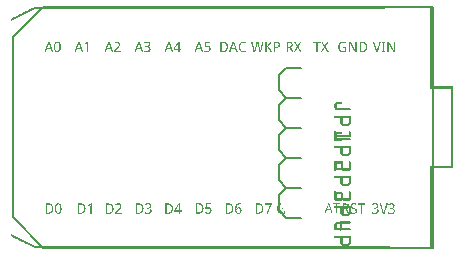
<source format=gto>
G04 MADE WITH FRITZING*
G04 WWW.FRITZING.ORG*
G04 DOUBLE SIDED*
G04 HOLES PLATED*
G04 CONTOUR ON CENTER OF CONTOUR VECTOR*
%ASAXBY*%
%FSLAX23Y23*%
%MOIN*%
%OFA0B0*%
%SFA1.0B1.0*%
%ADD10C,0.008000*%
%ADD11R,0.001000X0.001000*%
%LNSILK1*%
G90*
G70*
G54D10*
X966Y607D02*
X916Y607D01*
D02*
X916Y607D02*
X891Y582D01*
D02*
X891Y582D02*
X891Y532D01*
D02*
X891Y532D02*
X916Y507D01*
D02*
X916Y507D02*
X966Y507D01*
D02*
X966Y507D02*
X916Y507D01*
D02*
X916Y507D02*
X891Y482D01*
D02*
X891Y482D02*
X891Y432D01*
D02*
X891Y432D02*
X916Y407D01*
D02*
X916Y407D02*
X966Y407D01*
D02*
X966Y407D02*
X916Y407D01*
D02*
X916Y407D02*
X891Y382D01*
D02*
X891Y382D02*
X891Y332D01*
D02*
X891Y332D02*
X916Y307D01*
D02*
X916Y307D02*
X966Y307D01*
D02*
X966Y307D02*
X916Y307D01*
D02*
X916Y307D02*
X891Y282D01*
D02*
X891Y282D02*
X891Y232D01*
D02*
X891Y232D02*
X916Y207D01*
D02*
X916Y207D02*
X966Y207D01*
D02*
X966Y207D02*
X916Y207D01*
D02*
X916Y207D02*
X891Y182D01*
D02*
X891Y182D02*
X891Y132D01*
D02*
X891Y132D02*
X916Y107D01*
D02*
X916Y107D02*
X966Y107D01*
X1407Y808D02*
X1407Y541D01*
X1407Y275D01*
X1407Y14D01*
X1405Y7D01*
X107Y7D01*
X7Y108D01*
X7Y708D01*
X107Y808D01*
X1407Y808D01*
D02*
G54D11*
X1285Y811D02*
X1404Y811D01*
X623Y810D02*
X1404Y810D01*
X77Y809D02*
X1404Y809D01*
X75Y808D02*
X1404Y808D01*
X73Y807D02*
X1404Y807D01*
X71Y806D02*
X1404Y806D01*
X69Y805D02*
X1404Y805D01*
X67Y804D02*
X1246Y804D01*
X1398Y804D02*
X1404Y804D01*
X65Y803D02*
X584Y803D01*
X1398Y803D02*
X1404Y803D01*
X63Y802D02*
X78Y802D01*
X1398Y802D02*
X1404Y802D01*
X61Y801D02*
X75Y801D01*
X1398Y801D02*
X1404Y801D01*
X59Y800D02*
X73Y800D01*
X1398Y800D02*
X1404Y800D01*
X57Y799D02*
X71Y799D01*
X1398Y799D02*
X1404Y799D01*
X55Y798D02*
X69Y798D01*
X1398Y798D02*
X1404Y798D01*
X53Y797D02*
X67Y797D01*
X1398Y797D02*
X1404Y797D01*
X51Y796D02*
X65Y796D01*
X1398Y796D02*
X1404Y796D01*
X49Y795D02*
X64Y795D01*
X1398Y795D02*
X1404Y795D01*
X47Y794D02*
X62Y794D01*
X1398Y794D02*
X1404Y794D01*
X45Y793D02*
X60Y793D01*
X1398Y793D02*
X1404Y793D01*
X43Y792D02*
X58Y792D01*
X1398Y792D02*
X1404Y792D01*
X41Y791D02*
X56Y791D01*
X1398Y791D02*
X1404Y791D01*
X39Y790D02*
X54Y790D01*
X1398Y790D02*
X1404Y790D01*
X37Y789D02*
X52Y789D01*
X1398Y789D02*
X1404Y789D01*
X35Y788D02*
X50Y788D01*
X1398Y788D02*
X1404Y788D01*
X33Y787D02*
X48Y787D01*
X1398Y787D02*
X1404Y787D01*
X31Y786D02*
X46Y786D01*
X1398Y786D02*
X1404Y786D01*
X30Y785D02*
X44Y785D01*
X1398Y785D02*
X1404Y785D01*
X28Y784D02*
X42Y784D01*
X1398Y784D02*
X1404Y784D01*
X26Y783D02*
X40Y783D01*
X1398Y783D02*
X1404Y783D01*
X24Y782D02*
X38Y782D01*
X1398Y782D02*
X1404Y782D01*
X22Y781D02*
X36Y781D01*
X1398Y781D02*
X1404Y781D01*
X20Y780D02*
X34Y780D01*
X1398Y780D02*
X1404Y780D01*
X18Y779D02*
X32Y779D01*
X1398Y779D02*
X1404Y779D01*
X16Y778D02*
X30Y778D01*
X1398Y778D02*
X1404Y778D01*
X14Y777D02*
X28Y777D01*
X1398Y777D02*
X1404Y777D01*
X12Y776D02*
X26Y776D01*
X1398Y776D02*
X1404Y776D01*
X10Y775D02*
X24Y775D01*
X1398Y775D02*
X1404Y775D01*
X8Y774D02*
X22Y774D01*
X1398Y774D02*
X1404Y774D01*
X6Y773D02*
X20Y773D01*
X1398Y773D02*
X1404Y773D01*
X4Y772D02*
X18Y772D01*
X1398Y772D02*
X1404Y772D01*
X2Y771D02*
X16Y771D01*
X1398Y771D02*
X1404Y771D01*
X0Y770D02*
X14Y770D01*
X1398Y770D02*
X1404Y770D01*
X0Y769D02*
X12Y769D01*
X1398Y769D02*
X1404Y769D01*
X0Y768D02*
X10Y768D01*
X1398Y768D02*
X1404Y768D01*
X0Y767D02*
X8Y767D01*
X1398Y767D02*
X1404Y767D01*
X0Y766D02*
X6Y766D01*
X1398Y766D02*
X1404Y766D01*
X0Y765D02*
X4Y765D01*
X1398Y765D02*
X1404Y765D01*
X0Y764D02*
X3Y764D01*
X1398Y764D02*
X1404Y764D01*
X0Y763D02*
X1Y763D01*
X1398Y763D02*
X1404Y763D01*
X1398Y762D02*
X1404Y762D01*
X1398Y761D02*
X1404Y761D01*
X1398Y760D02*
X1404Y760D01*
X1398Y759D02*
X1404Y759D01*
X1398Y758D02*
X1404Y758D01*
X1398Y757D02*
X1404Y757D01*
X1398Y756D02*
X1404Y756D01*
X1398Y755D02*
X1404Y755D01*
X1398Y754D02*
X1404Y754D01*
X1398Y753D02*
X1404Y753D01*
X1398Y752D02*
X1404Y752D01*
X1398Y751D02*
X1404Y751D01*
X1398Y750D02*
X1404Y750D01*
X1398Y749D02*
X1404Y749D01*
X1398Y748D02*
X1404Y748D01*
X1398Y747D02*
X1404Y747D01*
X1398Y746D02*
X1404Y746D01*
X1398Y745D02*
X1404Y745D01*
X1398Y744D02*
X1404Y744D01*
X1398Y743D02*
X1404Y743D01*
X1398Y742D02*
X1404Y742D01*
X1398Y741D02*
X1404Y741D01*
X1398Y740D02*
X1404Y740D01*
X1398Y739D02*
X1404Y739D01*
X1398Y738D02*
X1404Y738D01*
X1398Y737D02*
X1404Y737D01*
X1398Y736D02*
X1404Y736D01*
X1398Y735D02*
X1404Y735D01*
X1398Y734D02*
X1404Y734D01*
X1398Y733D02*
X1404Y733D01*
X1398Y732D02*
X1404Y732D01*
X1398Y731D02*
X1404Y731D01*
X1398Y730D02*
X1404Y730D01*
X1398Y729D02*
X1404Y729D01*
X1398Y728D02*
X1404Y728D01*
X1398Y727D02*
X1404Y727D01*
X1398Y726D02*
X1404Y726D01*
X1398Y725D02*
X1404Y725D01*
X1398Y724D02*
X1404Y724D01*
X1398Y723D02*
X1404Y723D01*
X1398Y722D02*
X1404Y722D01*
X1398Y721D02*
X1404Y721D01*
X1398Y720D02*
X1404Y720D01*
X1398Y719D02*
X1404Y719D01*
X1398Y718D02*
X1404Y718D01*
X1398Y717D02*
X1404Y717D01*
X1398Y716D02*
X1404Y716D01*
X1398Y715D02*
X1404Y715D01*
X1398Y714D02*
X1404Y714D01*
X1398Y713D02*
X1404Y713D01*
X1398Y712D02*
X1404Y712D01*
X1398Y711D02*
X1404Y711D01*
X1398Y710D02*
X1404Y710D01*
X1398Y709D02*
X1404Y709D01*
X1398Y708D02*
X1404Y708D01*
X1398Y707D02*
X1404Y707D01*
X1398Y706D02*
X1404Y706D01*
X1398Y705D02*
X1404Y705D01*
X1398Y704D02*
X1404Y704D01*
X1398Y703D02*
X1404Y703D01*
X1398Y702D02*
X1404Y702D01*
X1398Y701D02*
X1404Y701D01*
X1398Y700D02*
X1404Y700D01*
X1398Y699D02*
X1404Y699D01*
X1398Y698D02*
X1404Y698D01*
X1398Y697D02*
X1404Y697D01*
X1398Y696D02*
X1404Y696D01*
X1398Y695D02*
X1404Y695D01*
X1398Y694D02*
X1404Y694D01*
X124Y693D02*
X127Y693D01*
X149Y693D02*
X158Y693D01*
X224Y693D02*
X227Y693D01*
X253Y693D02*
X257Y693D01*
X324Y693D02*
X327Y693D01*
X348Y693D02*
X358Y693D01*
X424Y693D02*
X427Y693D01*
X447Y693D02*
X458Y693D01*
X524Y693D02*
X527Y693D01*
X556Y693D02*
X561Y693D01*
X624Y693D02*
X627Y693D01*
X646Y693D02*
X662Y693D01*
X698Y693D02*
X712Y693D01*
X739Y693D02*
X742Y693D01*
X768Y693D02*
X780Y693D01*
X800Y693D02*
X804Y693D01*
X819Y693D02*
X823Y693D01*
X837Y693D02*
X841Y693D01*
X847Y693D02*
X851Y693D01*
X864Y693D02*
X868Y693D01*
X875Y693D02*
X888Y693D01*
X919Y693D02*
X931Y693D01*
X943Y693D02*
X947Y693D01*
X963Y693D02*
X966Y693D01*
X1008Y693D02*
X1031Y693D01*
X1034Y693D02*
X1037Y693D01*
X1053Y693D02*
X1057Y693D01*
X1101Y693D02*
X1114Y693D01*
X1126Y693D02*
X1131Y693D01*
X1148Y693D02*
X1151Y693D01*
X1162Y693D02*
X1176Y693D01*
X1206Y693D02*
X1209Y693D01*
X1229Y693D02*
X1232Y693D01*
X1235Y693D02*
X1247Y693D01*
X1254Y693D02*
X1259Y693D01*
X1276Y693D02*
X1279Y693D01*
X1398Y693D02*
X1404Y693D01*
X123Y692D02*
X128Y692D01*
X148Y692D02*
X159Y692D01*
X223Y692D02*
X228Y692D01*
X252Y692D02*
X257Y692D01*
X323Y692D02*
X328Y692D01*
X346Y692D02*
X360Y692D01*
X423Y692D02*
X428Y692D01*
X445Y692D02*
X460Y692D01*
X523Y692D02*
X528Y692D01*
X556Y692D02*
X561Y692D01*
X623Y692D02*
X628Y692D01*
X646Y692D02*
X662Y692D01*
X698Y692D02*
X714Y692D01*
X738Y692D02*
X743Y692D01*
X766Y692D02*
X782Y692D01*
X800Y692D02*
X804Y692D01*
X818Y692D02*
X823Y692D01*
X836Y692D02*
X840Y692D01*
X847Y692D02*
X851Y692D01*
X864Y692D02*
X867Y692D01*
X875Y692D02*
X891Y692D01*
X919Y692D02*
X933Y692D01*
X944Y692D02*
X948Y692D01*
X963Y692D02*
X966Y692D01*
X1008Y692D02*
X1031Y692D01*
X1035Y692D02*
X1038Y692D01*
X1053Y692D02*
X1057Y692D01*
X1099Y692D02*
X1116Y692D01*
X1126Y692D02*
X1132Y692D01*
X1148Y692D02*
X1151Y692D01*
X1162Y692D02*
X1178Y692D01*
X1206Y692D02*
X1209Y692D01*
X1228Y692D02*
X1231Y692D01*
X1235Y692D02*
X1247Y692D01*
X1254Y692D02*
X1260Y692D01*
X1276Y692D02*
X1279Y692D01*
X1398Y692D02*
X1404Y692D01*
X123Y691D02*
X128Y691D01*
X147Y691D02*
X161Y691D01*
X223Y691D02*
X228Y691D01*
X250Y691D02*
X257Y691D01*
X323Y691D02*
X328Y691D01*
X345Y691D02*
X360Y691D01*
X423Y691D02*
X428Y691D01*
X443Y691D02*
X461Y691D01*
X523Y691D02*
X528Y691D01*
X555Y691D02*
X561Y691D01*
X623Y691D02*
X628Y691D01*
X646Y691D02*
X662Y691D01*
X698Y691D02*
X716Y691D01*
X738Y691D02*
X743Y691D01*
X765Y691D02*
X782Y691D01*
X801Y691D02*
X805Y691D01*
X818Y691D02*
X824Y691D01*
X836Y691D02*
X840Y691D01*
X847Y691D02*
X851Y691D01*
X863Y691D02*
X867Y691D01*
X875Y691D02*
X892Y691D01*
X919Y691D02*
X935Y691D01*
X944Y691D02*
X949Y691D01*
X962Y691D02*
X965Y691D01*
X1008Y691D02*
X1031Y691D01*
X1035Y691D02*
X1039Y691D01*
X1052Y691D02*
X1056Y691D01*
X1098Y691D02*
X1116Y691D01*
X1126Y691D02*
X1132Y691D01*
X1148Y691D02*
X1151Y691D01*
X1162Y691D02*
X1180Y691D01*
X1207Y691D02*
X1210Y691D01*
X1228Y691D02*
X1231Y691D01*
X1235Y691D02*
X1247Y691D01*
X1254Y691D02*
X1260Y691D01*
X1276Y691D02*
X1279Y691D01*
X1398Y691D02*
X1404Y691D01*
X122Y690D02*
X128Y690D01*
X146Y690D02*
X150Y690D01*
X157Y690D02*
X162Y690D01*
X222Y690D02*
X228Y690D01*
X249Y690D02*
X257Y690D01*
X322Y690D02*
X328Y690D01*
X344Y690D02*
X349Y690D01*
X355Y690D02*
X361Y690D01*
X422Y690D02*
X428Y690D01*
X443Y690D02*
X449Y690D01*
X455Y690D02*
X461Y690D01*
X522Y690D02*
X528Y690D01*
X554Y690D02*
X561Y690D01*
X622Y690D02*
X628Y690D01*
X646Y690D02*
X662Y690D01*
X698Y690D02*
X717Y690D01*
X737Y690D02*
X743Y690D01*
X764Y690D02*
X782Y690D01*
X801Y690D02*
X805Y690D01*
X818Y690D02*
X824Y690D01*
X836Y690D02*
X840Y690D01*
X847Y690D02*
X851Y690D01*
X862Y690D02*
X866Y690D01*
X875Y690D02*
X893Y690D01*
X919Y690D02*
X936Y690D01*
X945Y690D02*
X949Y690D01*
X961Y690D02*
X965Y690D01*
X1008Y690D02*
X1031Y690D01*
X1036Y690D02*
X1039Y690D01*
X1051Y690D02*
X1056Y690D01*
X1096Y690D02*
X1116Y690D01*
X1126Y690D02*
X1133Y690D01*
X1148Y690D02*
X1151Y690D01*
X1162Y690D02*
X1181Y690D01*
X1207Y690D02*
X1210Y690D01*
X1228Y690D02*
X1231Y690D01*
X1239Y690D02*
X1243Y690D01*
X1254Y690D02*
X1261Y690D01*
X1276Y690D02*
X1279Y690D01*
X1398Y690D02*
X1404Y690D01*
X122Y689D02*
X129Y689D01*
X146Y689D02*
X149Y689D01*
X158Y689D02*
X162Y689D01*
X222Y689D02*
X229Y689D01*
X248Y689D02*
X257Y689D01*
X322Y689D02*
X329Y689D01*
X344Y689D02*
X347Y689D01*
X358Y689D02*
X362Y689D01*
X422Y689D02*
X429Y689D01*
X444Y689D02*
X446Y689D01*
X458Y689D02*
X462Y689D01*
X522Y689D02*
X529Y689D01*
X554Y689D02*
X561Y689D01*
X622Y689D02*
X629Y689D01*
X646Y689D02*
X649Y689D01*
X698Y689D02*
X701Y689D01*
X711Y689D02*
X718Y689D01*
X737Y689D02*
X744Y689D01*
X763Y689D02*
X769Y689D01*
X780Y689D02*
X781Y689D01*
X801Y689D02*
X805Y689D01*
X818Y689D02*
X824Y689D01*
X836Y689D02*
X840Y689D01*
X847Y689D02*
X851Y689D01*
X861Y689D02*
X865Y689D01*
X875Y689D02*
X879Y689D01*
X887Y689D02*
X894Y689D01*
X919Y689D02*
X922Y689D01*
X931Y689D02*
X937Y689D01*
X946Y689D02*
X950Y689D01*
X961Y689D02*
X964Y689D01*
X1018Y689D02*
X1021Y689D01*
X1037Y689D02*
X1040Y689D01*
X1051Y689D02*
X1055Y689D01*
X1095Y689D02*
X1102Y689D01*
X1113Y689D02*
X1115Y689D01*
X1126Y689D02*
X1133Y689D01*
X1148Y689D02*
X1151Y689D01*
X1162Y689D02*
X1165Y689D01*
X1175Y689D02*
X1182Y689D01*
X1207Y689D02*
X1210Y689D01*
X1227Y689D02*
X1230Y689D01*
X1239Y689D02*
X1243Y689D01*
X1254Y689D02*
X1261Y689D01*
X1276Y689D02*
X1279Y689D01*
X1398Y689D02*
X1404Y689D01*
X122Y688D02*
X129Y688D01*
X145Y688D02*
X149Y688D01*
X159Y688D02*
X163Y688D01*
X222Y688D02*
X229Y688D01*
X246Y688D02*
X252Y688D01*
X254Y688D02*
X257Y688D01*
X322Y688D02*
X329Y688D01*
X345Y688D02*
X346Y688D01*
X358Y688D02*
X362Y688D01*
X422Y688D02*
X429Y688D01*
X459Y688D02*
X462Y688D01*
X522Y688D02*
X529Y688D01*
X553Y688D02*
X556Y688D01*
X558Y688D02*
X561Y688D01*
X622Y688D02*
X629Y688D01*
X646Y688D02*
X649Y688D01*
X698Y688D02*
X701Y688D01*
X714Y688D02*
X718Y688D01*
X737Y688D02*
X744Y688D01*
X762Y688D02*
X767Y688D01*
X801Y688D02*
X805Y688D01*
X817Y688D02*
X824Y688D01*
X836Y688D02*
X839Y688D01*
X847Y688D02*
X851Y688D01*
X861Y688D02*
X864Y688D01*
X875Y688D02*
X879Y688D01*
X889Y688D02*
X895Y688D01*
X919Y688D02*
X922Y688D01*
X933Y688D02*
X937Y688D01*
X946Y688D02*
X950Y688D01*
X960Y688D02*
X963Y688D01*
X1018Y688D02*
X1021Y688D01*
X1037Y688D02*
X1040Y688D01*
X1050Y688D02*
X1054Y688D01*
X1094Y688D02*
X1099Y688D01*
X1126Y688D02*
X1134Y688D01*
X1148Y688D02*
X1151Y688D01*
X1162Y688D02*
X1165Y688D01*
X1178Y688D02*
X1182Y688D01*
X1208Y688D02*
X1211Y688D01*
X1227Y688D02*
X1230Y688D01*
X1239Y688D02*
X1243Y688D01*
X1254Y688D02*
X1262Y688D01*
X1276Y688D02*
X1279Y688D01*
X1398Y688D02*
X1404Y688D01*
X121Y687D02*
X125Y687D01*
X127Y687D02*
X129Y687D01*
X145Y687D02*
X148Y687D01*
X160Y687D02*
X163Y687D01*
X221Y687D02*
X225Y687D01*
X227Y687D02*
X229Y687D01*
X245Y687D02*
X251Y687D01*
X254Y687D02*
X257Y687D01*
X321Y687D02*
X325Y687D01*
X327Y687D02*
X329Y687D01*
X359Y687D02*
X362Y687D01*
X421Y687D02*
X425Y687D01*
X427Y687D02*
X429Y687D01*
X459Y687D02*
X463Y687D01*
X521Y687D02*
X525Y687D01*
X527Y687D02*
X529Y687D01*
X552Y687D02*
X556Y687D01*
X558Y687D02*
X561Y687D01*
X621Y687D02*
X625Y687D01*
X627Y687D02*
X629Y687D01*
X645Y687D02*
X649Y687D01*
X698Y687D02*
X701Y687D01*
X716Y687D02*
X719Y687D01*
X736Y687D02*
X739Y687D01*
X742Y687D02*
X744Y687D01*
X762Y687D02*
X766Y687D01*
X802Y687D02*
X805Y687D01*
X817Y687D02*
X824Y687D01*
X836Y687D02*
X839Y687D01*
X847Y687D02*
X851Y687D01*
X860Y687D02*
X863Y687D01*
X875Y687D02*
X879Y687D01*
X890Y687D02*
X895Y687D01*
X919Y687D02*
X922Y687D01*
X934Y687D02*
X937Y687D01*
X947Y687D02*
X951Y687D01*
X960Y687D02*
X963Y687D01*
X1018Y687D02*
X1021Y687D01*
X1038Y687D02*
X1041Y687D01*
X1050Y687D02*
X1054Y687D01*
X1094Y687D02*
X1098Y687D01*
X1126Y687D02*
X1135Y687D01*
X1148Y687D02*
X1151Y687D01*
X1162Y687D02*
X1165Y687D01*
X1180Y687D02*
X1183Y687D01*
X1208Y687D02*
X1211Y687D01*
X1227Y687D02*
X1230Y687D01*
X1239Y687D02*
X1243Y687D01*
X1254Y687D02*
X1257Y687D01*
X1259Y687D02*
X1263Y687D01*
X1276Y687D02*
X1279Y687D01*
X1398Y687D02*
X1404Y687D01*
X121Y686D02*
X124Y686D01*
X127Y686D02*
X130Y686D01*
X144Y686D02*
X148Y686D01*
X160Y686D02*
X163Y686D01*
X221Y686D02*
X224Y686D01*
X227Y686D02*
X230Y686D01*
X245Y686D02*
X249Y686D01*
X254Y686D02*
X257Y686D01*
X321Y686D02*
X324Y686D01*
X327Y686D02*
X330Y686D01*
X359Y686D02*
X363Y686D01*
X421Y686D02*
X424Y686D01*
X427Y686D02*
X430Y686D01*
X459Y686D02*
X463Y686D01*
X521Y686D02*
X524Y686D01*
X527Y686D02*
X530Y686D01*
X552Y686D02*
X555Y686D01*
X558Y686D02*
X561Y686D01*
X621Y686D02*
X624Y686D01*
X627Y686D02*
X630Y686D01*
X645Y686D02*
X648Y686D01*
X698Y686D02*
X701Y686D01*
X716Y686D02*
X720Y686D01*
X736Y686D02*
X739Y686D01*
X742Y686D02*
X745Y686D01*
X761Y686D02*
X765Y686D01*
X802Y686D02*
X806Y686D01*
X817Y686D02*
X820Y686D01*
X822Y686D02*
X825Y686D01*
X835Y686D02*
X839Y686D01*
X847Y686D02*
X851Y686D01*
X859Y686D02*
X863Y686D01*
X875Y686D02*
X879Y686D01*
X891Y686D02*
X895Y686D01*
X919Y686D02*
X922Y686D01*
X934Y686D02*
X938Y686D01*
X947Y686D02*
X952Y686D01*
X959Y686D02*
X962Y686D01*
X1018Y686D02*
X1021Y686D01*
X1038Y686D02*
X1042Y686D01*
X1049Y686D02*
X1053Y686D01*
X1093Y686D02*
X1097Y686D01*
X1126Y686D02*
X1129Y686D01*
X1131Y686D02*
X1135Y686D01*
X1148Y686D02*
X1151Y686D01*
X1162Y686D02*
X1165Y686D01*
X1180Y686D02*
X1184Y686D01*
X1208Y686D02*
X1211Y686D01*
X1226Y686D02*
X1229Y686D01*
X1239Y686D02*
X1243Y686D01*
X1254Y686D02*
X1257Y686D01*
X1260Y686D02*
X1263Y686D01*
X1276Y686D02*
X1279Y686D01*
X1398Y686D02*
X1404Y686D01*
X121Y685D02*
X124Y685D01*
X127Y685D02*
X130Y685D01*
X144Y685D02*
X147Y685D01*
X160Y685D02*
X164Y685D01*
X221Y685D02*
X224Y685D01*
X227Y685D02*
X230Y685D01*
X246Y685D02*
X247Y685D01*
X254Y685D02*
X257Y685D01*
X321Y685D02*
X324Y685D01*
X327Y685D02*
X330Y685D01*
X359Y685D02*
X363Y685D01*
X421Y685D02*
X424Y685D01*
X427Y685D02*
X430Y685D01*
X459Y685D02*
X463Y685D01*
X521Y685D02*
X524Y685D01*
X527Y685D02*
X530Y685D01*
X551Y685D02*
X555Y685D01*
X558Y685D02*
X561Y685D01*
X621Y685D02*
X624Y685D01*
X627Y685D02*
X630Y685D01*
X645Y685D02*
X648Y685D01*
X698Y685D02*
X701Y685D01*
X717Y685D02*
X720Y685D01*
X736Y685D02*
X739Y685D01*
X742Y685D02*
X745Y685D01*
X760Y685D02*
X765Y685D01*
X802Y685D02*
X806Y685D01*
X817Y685D02*
X819Y685D01*
X822Y685D02*
X825Y685D01*
X835Y685D02*
X839Y685D01*
X847Y685D02*
X851Y685D01*
X859Y685D02*
X862Y685D01*
X875Y685D02*
X879Y685D01*
X892Y685D02*
X895Y685D01*
X919Y685D02*
X922Y685D01*
X935Y685D02*
X938Y685D01*
X948Y685D02*
X952Y685D01*
X958Y685D02*
X962Y685D01*
X1018Y685D02*
X1021Y685D01*
X1039Y685D02*
X1042Y685D01*
X1048Y685D02*
X1053Y685D01*
X1092Y685D02*
X1097Y685D01*
X1126Y685D02*
X1129Y685D01*
X1131Y685D02*
X1136Y685D01*
X1148Y685D02*
X1151Y685D01*
X1162Y685D02*
X1165Y685D01*
X1181Y685D02*
X1184Y685D01*
X1209Y685D02*
X1212Y685D01*
X1226Y685D02*
X1229Y685D01*
X1239Y685D02*
X1243Y685D01*
X1254Y685D02*
X1258Y685D01*
X1260Y685D02*
X1264Y685D01*
X1276Y685D02*
X1279Y685D01*
X1398Y685D02*
X1404Y685D01*
X120Y684D02*
X124Y684D01*
X128Y684D02*
X131Y684D01*
X144Y684D02*
X147Y684D01*
X160Y684D02*
X164Y684D01*
X220Y684D02*
X224Y684D01*
X228Y684D02*
X231Y684D01*
X254Y684D02*
X257Y684D01*
X320Y684D02*
X324Y684D01*
X328Y684D02*
X331Y684D01*
X359Y684D02*
X363Y684D01*
X420Y684D02*
X424Y684D01*
X428Y684D02*
X431Y684D01*
X459Y684D02*
X463Y684D01*
X520Y684D02*
X524Y684D01*
X528Y684D02*
X531Y684D01*
X550Y684D02*
X554Y684D01*
X558Y684D02*
X561Y684D01*
X620Y684D02*
X624Y684D01*
X628Y684D02*
X631Y684D01*
X645Y684D02*
X648Y684D01*
X698Y684D02*
X701Y684D01*
X717Y684D02*
X721Y684D01*
X735Y684D02*
X739Y684D01*
X742Y684D02*
X746Y684D01*
X760Y684D02*
X764Y684D01*
X802Y684D02*
X806Y684D01*
X817Y684D02*
X819Y684D01*
X822Y684D02*
X825Y684D01*
X835Y684D02*
X838Y684D01*
X847Y684D02*
X851Y684D01*
X858Y684D02*
X861Y684D01*
X875Y684D02*
X879Y684D01*
X892Y684D02*
X895Y684D01*
X919Y684D02*
X922Y684D01*
X935Y684D02*
X938Y684D01*
X949Y684D02*
X953Y684D01*
X958Y684D02*
X961Y684D01*
X1018Y684D02*
X1021Y684D01*
X1040Y684D02*
X1043Y684D01*
X1048Y684D02*
X1052Y684D01*
X1092Y684D02*
X1096Y684D01*
X1126Y684D02*
X1130Y684D01*
X1132Y684D02*
X1136Y684D01*
X1148Y684D02*
X1151Y684D01*
X1162Y684D02*
X1165Y684D01*
X1181Y684D02*
X1185Y684D01*
X1209Y684D02*
X1212Y684D01*
X1226Y684D02*
X1229Y684D01*
X1239Y684D02*
X1243Y684D01*
X1254Y684D02*
X1258Y684D01*
X1261Y684D02*
X1264Y684D01*
X1276Y684D02*
X1279Y684D01*
X1398Y684D02*
X1404Y684D01*
X120Y683D02*
X124Y683D01*
X128Y683D02*
X131Y683D01*
X144Y683D02*
X147Y683D01*
X161Y683D02*
X164Y683D01*
X220Y683D02*
X224Y683D01*
X228Y683D02*
X231Y683D01*
X254Y683D02*
X257Y683D01*
X320Y683D02*
X324Y683D01*
X328Y683D02*
X331Y683D01*
X359Y683D02*
X362Y683D01*
X420Y683D02*
X424Y683D01*
X428Y683D02*
X431Y683D01*
X459Y683D02*
X463Y683D01*
X520Y683D02*
X524Y683D01*
X528Y683D02*
X531Y683D01*
X550Y683D02*
X554Y683D01*
X558Y683D02*
X561Y683D01*
X620Y683D02*
X624Y683D01*
X628Y683D02*
X631Y683D01*
X645Y683D02*
X648Y683D01*
X698Y683D02*
X701Y683D01*
X718Y683D02*
X721Y683D01*
X735Y683D02*
X739Y683D01*
X743Y683D02*
X746Y683D01*
X760Y683D02*
X764Y683D01*
X803Y683D02*
X806Y683D01*
X816Y683D02*
X819Y683D01*
X822Y683D02*
X825Y683D01*
X835Y683D02*
X838Y683D01*
X847Y683D02*
X851Y683D01*
X857Y683D02*
X860Y683D01*
X875Y683D02*
X879Y683D01*
X892Y683D02*
X895Y683D01*
X919Y683D02*
X922Y683D01*
X935Y683D02*
X938Y683D01*
X949Y683D02*
X953Y683D01*
X957Y683D02*
X960Y683D01*
X1018Y683D02*
X1021Y683D01*
X1040Y683D02*
X1043Y683D01*
X1047Y683D02*
X1051Y683D01*
X1092Y683D02*
X1096Y683D01*
X1126Y683D02*
X1130Y683D01*
X1133Y683D02*
X1137Y683D01*
X1148Y683D02*
X1151Y683D01*
X1162Y683D02*
X1165Y683D01*
X1181Y683D02*
X1185Y683D01*
X1209Y683D02*
X1212Y683D01*
X1225Y683D02*
X1228Y683D01*
X1239Y683D02*
X1243Y683D01*
X1254Y683D02*
X1258Y683D01*
X1261Y683D02*
X1265Y683D01*
X1276Y683D02*
X1279Y683D01*
X1398Y683D02*
X1404Y683D01*
X120Y682D02*
X123Y682D01*
X128Y682D02*
X131Y682D01*
X144Y682D02*
X147Y682D01*
X161Y682D02*
X164Y682D01*
X220Y682D02*
X223Y682D01*
X228Y682D02*
X231Y682D01*
X254Y682D02*
X257Y682D01*
X319Y682D02*
X323Y682D01*
X328Y682D02*
X331Y682D01*
X359Y682D02*
X362Y682D01*
X419Y682D02*
X423Y682D01*
X428Y682D02*
X431Y682D01*
X459Y682D02*
X462Y682D01*
X519Y682D02*
X523Y682D01*
X528Y682D02*
X531Y682D01*
X549Y682D02*
X553Y682D01*
X558Y682D02*
X561Y682D01*
X619Y682D02*
X623Y682D01*
X628Y682D02*
X631Y682D01*
X645Y682D02*
X648Y682D01*
X698Y682D02*
X701Y682D01*
X718Y682D02*
X721Y682D01*
X734Y682D02*
X738Y682D01*
X743Y682D02*
X746Y682D01*
X759Y682D02*
X763Y682D01*
X803Y682D02*
X807Y682D01*
X816Y682D02*
X819Y682D01*
X823Y682D02*
X826Y682D01*
X835Y682D02*
X838Y682D01*
X847Y682D02*
X851Y682D01*
X856Y682D02*
X859Y682D01*
X875Y682D02*
X879Y682D01*
X892Y682D02*
X895Y682D01*
X919Y682D02*
X922Y682D01*
X935Y682D02*
X938Y682D01*
X950Y682D02*
X954Y682D01*
X957Y682D02*
X960Y682D01*
X1018Y682D02*
X1021Y682D01*
X1041Y682D02*
X1044Y682D01*
X1047Y682D02*
X1051Y682D01*
X1091Y682D02*
X1096Y682D01*
X1126Y682D02*
X1130Y682D01*
X1133Y682D02*
X1137Y682D01*
X1148Y682D02*
X1151Y682D01*
X1162Y682D02*
X1165Y682D01*
X1182Y682D02*
X1185Y682D01*
X1210Y682D02*
X1213Y682D01*
X1225Y682D02*
X1228Y682D01*
X1239Y682D02*
X1243Y682D01*
X1254Y682D02*
X1258Y682D01*
X1262Y682D02*
X1265Y682D01*
X1276Y682D02*
X1279Y682D01*
X1398Y682D02*
X1404Y682D01*
X119Y681D02*
X123Y681D01*
X129Y681D02*
X132Y681D01*
X144Y681D02*
X147Y681D01*
X161Y681D02*
X164Y681D01*
X219Y681D02*
X223Y681D01*
X229Y681D02*
X232Y681D01*
X254Y681D02*
X257Y681D01*
X319Y681D02*
X323Y681D01*
X329Y681D02*
X332Y681D01*
X359Y681D02*
X362Y681D01*
X419Y681D02*
X423Y681D01*
X429Y681D02*
X432Y681D01*
X458Y681D02*
X461Y681D01*
X519Y681D02*
X523Y681D01*
X529Y681D02*
X532Y681D01*
X549Y681D02*
X552Y681D01*
X558Y681D02*
X561Y681D01*
X619Y681D02*
X623Y681D01*
X629Y681D02*
X632Y681D01*
X645Y681D02*
X648Y681D01*
X698Y681D02*
X701Y681D01*
X718Y681D02*
X722Y681D01*
X734Y681D02*
X738Y681D01*
X744Y681D02*
X747Y681D01*
X759Y681D02*
X763Y681D01*
X803Y681D02*
X807Y681D01*
X816Y681D02*
X819Y681D01*
X823Y681D02*
X826Y681D01*
X834Y681D02*
X838Y681D01*
X847Y681D02*
X851Y681D01*
X856Y681D02*
X859Y681D01*
X875Y681D02*
X879Y681D01*
X891Y681D02*
X895Y681D01*
X919Y681D02*
X922Y681D01*
X934Y681D02*
X938Y681D01*
X950Y681D02*
X959Y681D01*
X1018Y681D02*
X1021Y681D01*
X1041Y681D02*
X1050Y681D01*
X1091Y681D02*
X1096Y681D01*
X1126Y681D02*
X1130Y681D01*
X1134Y681D02*
X1138Y681D01*
X1148Y681D02*
X1151Y681D01*
X1162Y681D02*
X1165Y681D01*
X1182Y681D02*
X1186Y681D01*
X1210Y681D02*
X1213Y681D01*
X1225Y681D02*
X1228Y681D01*
X1239Y681D02*
X1243Y681D01*
X1254Y681D02*
X1258Y681D01*
X1263Y681D02*
X1266Y681D01*
X1276Y681D02*
X1279Y681D01*
X1398Y681D02*
X1404Y681D01*
X119Y680D02*
X122Y680D01*
X129Y680D02*
X132Y680D01*
X143Y680D02*
X147Y680D01*
X161Y680D02*
X164Y680D01*
X219Y680D02*
X222Y680D01*
X229Y680D02*
X232Y680D01*
X254Y680D02*
X257Y680D01*
X319Y680D02*
X322Y680D01*
X329Y680D02*
X332Y680D01*
X358Y680D02*
X361Y680D01*
X419Y680D02*
X422Y680D01*
X429Y680D02*
X432Y680D01*
X456Y680D02*
X461Y680D01*
X519Y680D02*
X522Y680D01*
X529Y680D02*
X532Y680D01*
X548Y680D02*
X551Y680D01*
X558Y680D02*
X561Y680D01*
X619Y680D02*
X622Y680D01*
X629Y680D02*
X632Y680D01*
X645Y680D02*
X648Y680D01*
X698Y680D02*
X701Y680D01*
X718Y680D02*
X722Y680D01*
X734Y680D02*
X737Y680D01*
X744Y680D02*
X747Y680D01*
X759Y680D02*
X763Y680D01*
X803Y680D02*
X807Y680D01*
X816Y680D02*
X819Y680D01*
X823Y680D02*
X826Y680D01*
X834Y680D02*
X837Y680D01*
X847Y680D02*
X851Y680D01*
X855Y680D02*
X858Y680D01*
X875Y680D02*
X879Y680D01*
X891Y680D02*
X895Y680D01*
X919Y680D02*
X922Y680D01*
X934Y680D02*
X938Y680D01*
X951Y680D02*
X959Y680D01*
X1018Y680D02*
X1021Y680D01*
X1042Y680D02*
X1050Y680D01*
X1091Y680D02*
X1095Y680D01*
X1126Y680D02*
X1130Y680D01*
X1134Y680D02*
X1138Y680D01*
X1148Y680D02*
X1151Y680D01*
X1162Y680D02*
X1165Y680D01*
X1182Y680D02*
X1186Y680D01*
X1210Y680D02*
X1213Y680D01*
X1224Y680D02*
X1227Y680D01*
X1239Y680D02*
X1243Y680D01*
X1254Y680D02*
X1258Y680D01*
X1263Y680D02*
X1266Y680D01*
X1276Y680D02*
X1279Y680D01*
X1398Y680D02*
X1404Y680D01*
X118Y679D02*
X122Y679D01*
X129Y679D02*
X132Y679D01*
X143Y679D02*
X147Y679D01*
X161Y679D02*
X164Y679D01*
X218Y679D02*
X222Y679D01*
X229Y679D02*
X232Y679D01*
X254Y679D02*
X257Y679D01*
X318Y679D02*
X322Y679D01*
X329Y679D02*
X332Y679D01*
X358Y679D02*
X361Y679D01*
X418Y679D02*
X422Y679D01*
X429Y679D02*
X432Y679D01*
X455Y679D02*
X460Y679D01*
X518Y679D02*
X522Y679D01*
X529Y679D02*
X532Y679D01*
X547Y679D02*
X551Y679D01*
X558Y679D02*
X561Y679D01*
X618Y679D02*
X622Y679D01*
X629Y679D02*
X632Y679D01*
X645Y679D02*
X659Y679D01*
X698Y679D02*
X701Y679D01*
X718Y679D02*
X722Y679D01*
X733Y679D02*
X737Y679D01*
X744Y679D02*
X747Y679D01*
X759Y679D02*
X763Y679D01*
X804Y679D02*
X807Y679D01*
X815Y679D02*
X818Y679D01*
X823Y679D02*
X826Y679D01*
X834Y679D02*
X837Y679D01*
X847Y679D02*
X851Y679D01*
X854Y679D02*
X857Y679D01*
X875Y679D02*
X879Y679D01*
X890Y679D02*
X894Y679D01*
X919Y679D02*
X922Y679D01*
X933Y679D02*
X937Y679D01*
X952Y679D02*
X958Y679D01*
X1018Y679D02*
X1021Y679D01*
X1043Y679D02*
X1049Y679D01*
X1091Y679D02*
X1095Y679D01*
X1126Y679D02*
X1130Y679D01*
X1135Y679D02*
X1139Y679D01*
X1148Y679D02*
X1151Y679D01*
X1162Y679D02*
X1165Y679D01*
X1182Y679D02*
X1186Y679D01*
X1210Y679D02*
X1214Y679D01*
X1224Y679D02*
X1227Y679D01*
X1239Y679D02*
X1243Y679D01*
X1254Y679D02*
X1258Y679D01*
X1264Y679D02*
X1267Y679D01*
X1276Y679D02*
X1279Y679D01*
X1398Y679D02*
X1404Y679D01*
X118Y678D02*
X122Y678D01*
X130Y678D02*
X133Y678D01*
X143Y678D02*
X147Y678D01*
X161Y678D02*
X164Y678D01*
X218Y678D02*
X222Y678D01*
X230Y678D02*
X233Y678D01*
X254Y678D02*
X257Y678D01*
X318Y678D02*
X322Y678D01*
X330Y678D02*
X333Y678D01*
X357Y678D02*
X360Y678D01*
X418Y678D02*
X422Y678D01*
X430Y678D02*
X433Y678D01*
X448Y678D02*
X458Y678D01*
X518Y678D02*
X522Y678D01*
X530Y678D02*
X533Y678D01*
X547Y678D02*
X550Y678D01*
X558Y678D02*
X561Y678D01*
X618Y678D02*
X622Y678D01*
X630Y678D02*
X633Y678D01*
X645Y678D02*
X661Y678D01*
X698Y678D02*
X701Y678D01*
X719Y678D02*
X722Y678D01*
X733Y678D02*
X737Y678D01*
X745Y678D02*
X748Y678D01*
X759Y678D02*
X763Y678D01*
X804Y678D02*
X808Y678D01*
X815Y678D02*
X818Y678D01*
X824Y678D02*
X827Y678D01*
X834Y678D02*
X837Y678D01*
X847Y678D02*
X851Y678D01*
X853Y678D02*
X857Y678D01*
X875Y678D02*
X879Y678D01*
X889Y678D02*
X894Y678D01*
X919Y678D02*
X922Y678D01*
X931Y678D02*
X936Y678D01*
X952Y678D02*
X958Y678D01*
X1018Y678D02*
X1021Y678D01*
X1043Y678D02*
X1049Y678D01*
X1091Y678D02*
X1095Y678D01*
X1126Y678D02*
X1130Y678D01*
X1136Y678D02*
X1140Y678D01*
X1148Y678D02*
X1151Y678D01*
X1162Y678D02*
X1165Y678D01*
X1183Y678D02*
X1186Y678D01*
X1211Y678D02*
X1214Y678D01*
X1224Y678D02*
X1227Y678D01*
X1239Y678D02*
X1243Y678D01*
X1254Y678D02*
X1258Y678D01*
X1264Y678D02*
X1268Y678D01*
X1276Y678D02*
X1279Y678D01*
X1398Y678D02*
X1404Y678D01*
X118Y677D02*
X121Y677D01*
X130Y677D02*
X133Y677D01*
X143Y677D02*
X147Y677D01*
X161Y677D02*
X164Y677D01*
X218Y677D02*
X221Y677D01*
X230Y677D02*
X233Y677D01*
X254Y677D02*
X257Y677D01*
X318Y677D02*
X321Y677D01*
X330Y677D02*
X333Y677D01*
X356Y677D02*
X360Y677D01*
X418Y677D02*
X421Y677D01*
X430Y677D02*
X433Y677D01*
X448Y677D02*
X456Y677D01*
X518Y677D02*
X521Y677D01*
X530Y677D02*
X533Y677D01*
X546Y677D02*
X549Y677D01*
X558Y677D02*
X561Y677D01*
X618Y677D02*
X621Y677D01*
X630Y677D02*
X633Y677D01*
X645Y677D02*
X662Y677D01*
X698Y677D02*
X701Y677D01*
X719Y677D02*
X722Y677D01*
X733Y677D02*
X736Y677D01*
X745Y677D02*
X748Y677D01*
X759Y677D02*
X763Y677D01*
X804Y677D02*
X808Y677D01*
X815Y677D02*
X818Y677D01*
X824Y677D02*
X827Y677D01*
X834Y677D02*
X837Y677D01*
X847Y677D02*
X851Y677D01*
X853Y677D02*
X858Y677D01*
X875Y677D02*
X879Y677D01*
X888Y677D02*
X893Y677D01*
X919Y677D02*
X922Y677D01*
X928Y677D02*
X936Y677D01*
X953Y677D02*
X957Y677D01*
X1018Y677D02*
X1021Y677D01*
X1044Y677D02*
X1048Y677D01*
X1091Y677D02*
X1095Y677D01*
X1126Y677D02*
X1130Y677D01*
X1136Y677D02*
X1140Y677D01*
X1148Y677D02*
X1151Y677D01*
X1162Y677D02*
X1165Y677D01*
X1183Y677D02*
X1186Y677D01*
X1211Y677D02*
X1214Y677D01*
X1223Y677D02*
X1227Y677D01*
X1239Y677D02*
X1243Y677D01*
X1254Y677D02*
X1258Y677D01*
X1265Y677D02*
X1268Y677D01*
X1276Y677D02*
X1279Y677D01*
X1398Y677D02*
X1404Y677D01*
X117Y676D02*
X121Y676D01*
X130Y676D02*
X134Y676D01*
X143Y676D02*
X147Y676D01*
X161Y676D02*
X164Y676D01*
X217Y676D02*
X221Y676D01*
X230Y676D02*
X234Y676D01*
X254Y676D02*
X257Y676D01*
X317Y676D02*
X321Y676D01*
X330Y676D02*
X334Y676D01*
X356Y676D02*
X359Y676D01*
X417Y676D02*
X421Y676D01*
X430Y676D02*
X434Y676D01*
X448Y676D02*
X459Y676D01*
X517Y676D02*
X521Y676D01*
X530Y676D02*
X533Y676D01*
X545Y676D02*
X549Y676D01*
X558Y676D02*
X561Y676D01*
X617Y676D02*
X621Y676D01*
X630Y676D02*
X633Y676D01*
X647Y676D02*
X649Y676D01*
X656Y676D02*
X662Y676D01*
X698Y676D02*
X701Y676D01*
X719Y676D02*
X722Y676D01*
X732Y676D02*
X736Y676D01*
X745Y676D02*
X748Y676D01*
X759Y676D02*
X763Y676D01*
X804Y676D02*
X808Y676D01*
X815Y676D02*
X818Y676D01*
X824Y676D02*
X827Y676D01*
X833Y676D02*
X836Y676D01*
X847Y676D02*
X859Y676D01*
X875Y676D02*
X879Y676D01*
X884Y676D02*
X892Y676D01*
X919Y676D02*
X934Y676D01*
X952Y676D02*
X957Y676D01*
X1018Y676D02*
X1021Y676D01*
X1043Y676D02*
X1048Y676D01*
X1091Y676D02*
X1095Y676D01*
X1107Y676D02*
X1117Y676D01*
X1126Y676D02*
X1130Y676D01*
X1137Y676D02*
X1141Y676D01*
X1148Y676D02*
X1151Y676D01*
X1162Y676D02*
X1165Y676D01*
X1183Y676D02*
X1186Y676D01*
X1211Y676D02*
X1214Y676D01*
X1223Y676D02*
X1226Y676D01*
X1239Y676D02*
X1243Y676D01*
X1254Y676D02*
X1258Y676D01*
X1265Y676D02*
X1269Y676D01*
X1276Y676D02*
X1279Y676D01*
X1398Y676D02*
X1404Y676D01*
X117Y675D02*
X120Y675D01*
X131Y675D02*
X134Y675D01*
X143Y675D02*
X147Y675D01*
X161Y675D02*
X164Y675D01*
X217Y675D02*
X220Y675D01*
X231Y675D02*
X234Y675D01*
X254Y675D02*
X257Y675D01*
X317Y675D02*
X320Y675D01*
X331Y675D02*
X334Y675D01*
X355Y675D02*
X359Y675D01*
X417Y675D02*
X420Y675D01*
X431Y675D02*
X434Y675D01*
X448Y675D02*
X461Y675D01*
X517Y675D02*
X520Y675D01*
X531Y675D02*
X534Y675D01*
X545Y675D02*
X548Y675D01*
X558Y675D02*
X561Y675D01*
X617Y675D02*
X620Y675D01*
X631Y675D02*
X634Y675D01*
X658Y675D02*
X663Y675D01*
X698Y675D02*
X701Y675D01*
X719Y675D02*
X722Y675D01*
X732Y675D02*
X735Y675D01*
X746Y675D02*
X749Y675D01*
X759Y675D02*
X763Y675D01*
X805Y675D02*
X808Y675D01*
X814Y675D02*
X817Y675D01*
X824Y675D02*
X827Y675D01*
X833Y675D02*
X836Y675D01*
X847Y675D02*
X853Y675D01*
X855Y675D02*
X859Y675D01*
X875Y675D02*
X891Y675D01*
X919Y675D02*
X932Y675D01*
X952Y675D02*
X958Y675D01*
X1018Y675D02*
X1021Y675D01*
X1043Y675D02*
X1049Y675D01*
X1091Y675D02*
X1095Y675D01*
X1107Y675D02*
X1117Y675D01*
X1126Y675D02*
X1130Y675D01*
X1137Y675D02*
X1141Y675D01*
X1148Y675D02*
X1151Y675D01*
X1162Y675D02*
X1165Y675D01*
X1183Y675D02*
X1186Y675D01*
X1212Y675D02*
X1215Y675D01*
X1223Y675D02*
X1226Y675D01*
X1239Y675D02*
X1243Y675D01*
X1254Y675D02*
X1258Y675D01*
X1266Y675D02*
X1269Y675D01*
X1276Y675D02*
X1279Y675D01*
X1398Y675D02*
X1404Y675D01*
X117Y674D02*
X120Y674D01*
X131Y674D02*
X134Y674D01*
X143Y674D02*
X147Y674D01*
X161Y674D02*
X164Y674D01*
X217Y674D02*
X220Y674D01*
X231Y674D02*
X234Y674D01*
X254Y674D02*
X257Y674D01*
X317Y674D02*
X320Y674D01*
X331Y674D02*
X334Y674D01*
X354Y674D02*
X358Y674D01*
X417Y674D02*
X420Y674D01*
X431Y674D02*
X434Y674D01*
X456Y674D02*
X462Y674D01*
X517Y674D02*
X520Y674D01*
X531Y674D02*
X534Y674D01*
X544Y674D02*
X547Y674D01*
X558Y674D02*
X561Y674D01*
X617Y674D02*
X620Y674D01*
X631Y674D02*
X634Y674D01*
X659Y674D02*
X663Y674D01*
X698Y674D02*
X701Y674D01*
X719Y674D02*
X722Y674D01*
X731Y674D02*
X735Y674D01*
X746Y674D02*
X749Y674D01*
X759Y674D02*
X763Y674D01*
X805Y674D02*
X809Y674D01*
X814Y674D02*
X817Y674D01*
X825Y674D02*
X828Y674D01*
X833Y674D02*
X836Y674D01*
X847Y674D02*
X852Y674D01*
X856Y674D02*
X860Y674D01*
X875Y674D02*
X889Y674D01*
X919Y674D02*
X932Y674D01*
X951Y674D02*
X959Y674D01*
X1018Y674D02*
X1021Y674D01*
X1042Y674D02*
X1050Y674D01*
X1091Y674D02*
X1095Y674D01*
X1107Y674D02*
X1117Y674D01*
X1126Y674D02*
X1130Y674D01*
X1138Y674D02*
X1142Y674D01*
X1148Y674D02*
X1151Y674D01*
X1162Y674D02*
X1165Y674D01*
X1183Y674D02*
X1186Y674D01*
X1212Y674D02*
X1215Y674D01*
X1222Y674D02*
X1226Y674D01*
X1239Y674D02*
X1243Y674D01*
X1254Y674D02*
X1258Y674D01*
X1266Y674D02*
X1270Y674D01*
X1276Y674D02*
X1279Y674D01*
X1398Y674D02*
X1404Y674D01*
X116Y673D02*
X135Y673D01*
X143Y673D02*
X147Y673D01*
X161Y673D02*
X164Y673D01*
X216Y673D02*
X235Y673D01*
X254Y673D02*
X257Y673D01*
X316Y673D02*
X335Y673D01*
X353Y673D02*
X357Y673D01*
X416Y673D02*
X435Y673D01*
X459Y673D02*
X462Y673D01*
X516Y673D02*
X535Y673D01*
X543Y673D02*
X546Y673D01*
X558Y673D02*
X561Y673D01*
X616Y673D02*
X635Y673D01*
X660Y673D02*
X664Y673D01*
X698Y673D02*
X701Y673D01*
X719Y673D02*
X722Y673D01*
X731Y673D02*
X750Y673D01*
X759Y673D02*
X763Y673D01*
X805Y673D02*
X809Y673D01*
X814Y673D02*
X817Y673D01*
X825Y673D02*
X828Y673D01*
X833Y673D02*
X835Y673D01*
X847Y673D02*
X851Y673D01*
X857Y673D02*
X861Y673D01*
X875Y673D02*
X886Y673D01*
X919Y673D02*
X933Y673D01*
X951Y673D02*
X954Y673D01*
X956Y673D02*
X959Y673D01*
X1018Y673D02*
X1021Y673D01*
X1041Y673D02*
X1044Y673D01*
X1046Y673D02*
X1050Y673D01*
X1091Y673D02*
X1095Y673D01*
X1107Y673D02*
X1117Y673D01*
X1126Y673D02*
X1130Y673D01*
X1139Y673D02*
X1142Y673D01*
X1148Y673D02*
X1151Y673D01*
X1162Y673D02*
X1165Y673D01*
X1183Y673D02*
X1186Y673D01*
X1212Y673D02*
X1215Y673D01*
X1222Y673D02*
X1225Y673D01*
X1239Y673D02*
X1243Y673D01*
X1254Y673D02*
X1258Y673D01*
X1267Y673D02*
X1270Y673D01*
X1276Y673D02*
X1279Y673D01*
X1398Y673D02*
X1404Y673D01*
X116Y672D02*
X135Y672D01*
X143Y672D02*
X147Y672D01*
X161Y672D02*
X164Y672D01*
X216Y672D02*
X235Y672D01*
X254Y672D02*
X257Y672D01*
X316Y672D02*
X335Y672D01*
X352Y672D02*
X356Y672D01*
X416Y672D02*
X435Y672D01*
X460Y672D02*
X463Y672D01*
X516Y672D02*
X535Y672D01*
X543Y672D02*
X546Y672D01*
X558Y672D02*
X561Y672D01*
X616Y672D02*
X635Y672D01*
X660Y672D02*
X664Y672D01*
X698Y672D02*
X701Y672D01*
X718Y672D02*
X722Y672D01*
X731Y672D02*
X750Y672D01*
X759Y672D02*
X763Y672D01*
X805Y672D02*
X809Y672D01*
X813Y672D02*
X816Y672D01*
X825Y672D02*
X828Y672D01*
X833Y672D02*
X835Y672D01*
X847Y672D02*
X851Y672D01*
X857Y672D02*
X861Y672D01*
X875Y672D02*
X879Y672D01*
X919Y672D02*
X922Y672D01*
X928Y672D02*
X933Y672D01*
X950Y672D02*
X954Y672D01*
X957Y672D02*
X960Y672D01*
X1018Y672D02*
X1021Y672D01*
X1041Y672D02*
X1044Y672D01*
X1047Y672D02*
X1051Y672D01*
X1091Y672D02*
X1095Y672D01*
X1114Y672D02*
X1117Y672D01*
X1126Y672D02*
X1130Y672D01*
X1139Y672D02*
X1143Y672D01*
X1148Y672D02*
X1151Y672D01*
X1162Y672D02*
X1165Y672D01*
X1182Y672D02*
X1186Y672D01*
X1213Y672D02*
X1216Y672D01*
X1222Y672D02*
X1225Y672D01*
X1239Y672D02*
X1243Y672D01*
X1254Y672D02*
X1258Y672D01*
X1268Y672D02*
X1271Y672D01*
X1276Y672D02*
X1279Y672D01*
X1398Y672D02*
X1404Y672D01*
X115Y671D02*
X135Y671D01*
X144Y671D02*
X147Y671D01*
X161Y671D02*
X164Y671D01*
X215Y671D02*
X235Y671D01*
X254Y671D02*
X257Y671D01*
X315Y671D02*
X335Y671D01*
X351Y671D02*
X355Y671D01*
X415Y671D02*
X435Y671D01*
X460Y671D02*
X463Y671D01*
X515Y671D02*
X535Y671D01*
X542Y671D02*
X545Y671D01*
X558Y671D02*
X561Y671D01*
X615Y671D02*
X635Y671D01*
X661Y671D02*
X664Y671D01*
X698Y671D02*
X701Y671D01*
X718Y671D02*
X722Y671D01*
X730Y671D02*
X750Y671D01*
X759Y671D02*
X763Y671D01*
X806Y671D02*
X809Y671D01*
X813Y671D02*
X816Y671D01*
X826Y671D02*
X829Y671D01*
X832Y671D02*
X835Y671D01*
X847Y671D02*
X851Y671D01*
X858Y671D02*
X862Y671D01*
X875Y671D02*
X879Y671D01*
X919Y671D02*
X922Y671D01*
X929Y671D02*
X934Y671D01*
X950Y671D02*
X953Y671D01*
X957Y671D02*
X960Y671D01*
X1018Y671D02*
X1021Y671D01*
X1040Y671D02*
X1043Y671D01*
X1047Y671D02*
X1051Y671D01*
X1091Y671D02*
X1095Y671D01*
X1114Y671D02*
X1117Y671D01*
X1126Y671D02*
X1130Y671D01*
X1140Y671D02*
X1143Y671D01*
X1148Y671D02*
X1151Y671D01*
X1162Y671D02*
X1165Y671D01*
X1182Y671D02*
X1185Y671D01*
X1213Y671D02*
X1216Y671D01*
X1221Y671D02*
X1225Y671D01*
X1239Y671D02*
X1243Y671D01*
X1254Y671D02*
X1258Y671D01*
X1268Y671D02*
X1271Y671D01*
X1276Y671D02*
X1279Y671D01*
X1398Y671D02*
X1404Y671D01*
X115Y670D02*
X136Y670D01*
X144Y670D02*
X147Y670D01*
X161Y670D02*
X164Y670D01*
X215Y670D02*
X236Y670D01*
X254Y670D02*
X257Y670D01*
X315Y670D02*
X336Y670D01*
X350Y670D02*
X354Y670D01*
X415Y670D02*
X436Y670D01*
X460Y670D02*
X464Y670D01*
X515Y670D02*
X536Y670D01*
X542Y670D02*
X566Y670D01*
X615Y670D02*
X636Y670D01*
X661Y670D02*
X664Y670D01*
X698Y670D02*
X701Y670D01*
X718Y670D02*
X721Y670D01*
X730Y670D02*
X751Y670D01*
X759Y670D02*
X763Y670D01*
X806Y670D02*
X810Y670D01*
X813Y670D02*
X816Y670D01*
X826Y670D02*
X829Y670D01*
X832Y670D02*
X835Y670D01*
X847Y670D02*
X851Y670D01*
X859Y670D02*
X863Y670D01*
X875Y670D02*
X879Y670D01*
X919Y670D02*
X922Y670D01*
X930Y670D02*
X935Y670D01*
X949Y670D02*
X953Y670D01*
X958Y670D02*
X961Y670D01*
X1018Y670D02*
X1021Y670D01*
X1040Y670D02*
X1043Y670D01*
X1048Y670D02*
X1052Y670D01*
X1091Y670D02*
X1095Y670D01*
X1114Y670D02*
X1117Y670D01*
X1126Y670D02*
X1130Y670D01*
X1140Y670D02*
X1144Y670D01*
X1148Y670D02*
X1151Y670D01*
X1162Y670D02*
X1165Y670D01*
X1182Y670D02*
X1185Y670D01*
X1213Y670D02*
X1217Y670D01*
X1221Y670D02*
X1224Y670D01*
X1239Y670D02*
X1243Y670D01*
X1254Y670D02*
X1258Y670D01*
X1269Y670D02*
X1272Y670D01*
X1276Y670D02*
X1279Y670D01*
X1398Y670D02*
X1404Y670D01*
X115Y669D02*
X119Y669D01*
X133Y669D02*
X136Y669D01*
X144Y669D02*
X147Y669D01*
X161Y669D02*
X164Y669D01*
X215Y669D02*
X219Y669D01*
X233Y669D02*
X236Y669D01*
X254Y669D02*
X257Y669D01*
X315Y669D02*
X319Y669D01*
X333Y669D02*
X336Y669D01*
X349Y669D02*
X353Y669D01*
X415Y669D02*
X419Y669D01*
X433Y669D02*
X436Y669D01*
X460Y669D02*
X464Y669D01*
X515Y669D02*
X519Y669D01*
X533Y669D02*
X536Y669D01*
X542Y669D02*
X566Y669D01*
X615Y669D02*
X619Y669D01*
X633Y669D02*
X636Y669D01*
X661Y669D02*
X664Y669D01*
X698Y669D02*
X701Y669D01*
X718Y669D02*
X721Y669D01*
X730Y669D02*
X734Y669D01*
X748Y669D02*
X751Y669D01*
X760Y669D02*
X763Y669D01*
X806Y669D02*
X810Y669D01*
X813Y669D02*
X816Y669D01*
X826Y669D02*
X829Y669D01*
X832Y669D02*
X834Y669D01*
X847Y669D02*
X851Y669D01*
X859Y669D02*
X863Y669D01*
X875Y669D02*
X879Y669D01*
X919Y669D02*
X922Y669D01*
X930Y669D02*
X935Y669D01*
X948Y669D02*
X952Y669D01*
X958Y669D02*
X962Y669D01*
X1018Y669D02*
X1021Y669D01*
X1039Y669D02*
X1042Y669D01*
X1048Y669D02*
X1053Y669D01*
X1092Y669D02*
X1095Y669D01*
X1114Y669D02*
X1117Y669D01*
X1126Y669D02*
X1130Y669D01*
X1141Y669D02*
X1145Y669D01*
X1148Y669D02*
X1151Y669D01*
X1162Y669D02*
X1165Y669D01*
X1181Y669D02*
X1185Y669D01*
X1214Y669D02*
X1217Y669D01*
X1220Y669D02*
X1224Y669D01*
X1239Y669D02*
X1243Y669D01*
X1254Y669D02*
X1258Y669D01*
X1269Y669D02*
X1273Y669D01*
X1276Y669D02*
X1279Y669D01*
X1398Y669D02*
X1404Y669D01*
X114Y668D02*
X118Y668D01*
X133Y668D02*
X137Y668D01*
X144Y668D02*
X147Y668D01*
X160Y668D02*
X164Y668D01*
X214Y668D02*
X218Y668D01*
X233Y668D02*
X237Y668D01*
X254Y668D02*
X257Y668D01*
X314Y668D02*
X318Y668D01*
X333Y668D02*
X336Y668D01*
X348Y668D02*
X352Y668D01*
X414Y668D02*
X418Y668D01*
X433Y668D02*
X436Y668D01*
X460Y668D02*
X464Y668D01*
X514Y668D02*
X518Y668D01*
X533Y668D02*
X536Y668D01*
X542Y668D02*
X566Y668D01*
X614Y668D02*
X618Y668D01*
X633Y668D02*
X636Y668D01*
X661Y668D02*
X664Y668D01*
X698Y668D02*
X701Y668D01*
X717Y668D02*
X720Y668D01*
X729Y668D02*
X733Y668D01*
X748Y668D02*
X751Y668D01*
X760Y668D02*
X764Y668D01*
X806Y668D02*
X810Y668D01*
X812Y668D02*
X815Y668D01*
X826Y668D02*
X829Y668D01*
X832Y668D02*
X834Y668D01*
X847Y668D02*
X851Y668D01*
X860Y668D02*
X864Y668D01*
X875Y668D02*
X879Y668D01*
X919Y668D02*
X922Y668D01*
X931Y668D02*
X936Y668D01*
X948Y668D02*
X951Y668D01*
X959Y668D02*
X962Y668D01*
X1018Y668D02*
X1021Y668D01*
X1038Y668D02*
X1041Y668D01*
X1049Y668D02*
X1053Y668D01*
X1092Y668D02*
X1096Y668D01*
X1114Y668D02*
X1117Y668D01*
X1126Y668D02*
X1130Y668D01*
X1141Y668D02*
X1145Y668D01*
X1148Y668D02*
X1151Y668D01*
X1162Y668D02*
X1165Y668D01*
X1181Y668D02*
X1184Y668D01*
X1214Y668D02*
X1218Y668D01*
X1220Y668D02*
X1224Y668D01*
X1239Y668D02*
X1243Y668D01*
X1254Y668D02*
X1258Y668D01*
X1270Y668D02*
X1273Y668D01*
X1276Y668D02*
X1279Y668D01*
X1398Y668D02*
X1404Y668D01*
X114Y667D02*
X118Y667D01*
X134Y667D02*
X137Y667D01*
X144Y667D02*
X148Y667D01*
X160Y667D02*
X163Y667D01*
X214Y667D02*
X218Y667D01*
X234Y667D02*
X237Y667D01*
X254Y667D02*
X257Y667D01*
X314Y667D02*
X318Y667D01*
X334Y667D02*
X337Y667D01*
X347Y667D02*
X351Y667D01*
X414Y667D02*
X418Y667D01*
X434Y667D02*
X437Y667D01*
X460Y667D02*
X464Y667D01*
X514Y667D02*
X518Y667D01*
X534Y667D02*
X537Y667D01*
X542Y667D02*
X566Y667D01*
X614Y667D02*
X618Y667D01*
X634Y667D02*
X637Y667D01*
X660Y667D02*
X664Y667D01*
X698Y667D02*
X701Y667D01*
X717Y667D02*
X720Y667D01*
X729Y667D02*
X733Y667D01*
X749Y667D02*
X752Y667D01*
X760Y667D02*
X764Y667D01*
X807Y667D02*
X810Y667D01*
X812Y667D02*
X815Y667D01*
X827Y667D02*
X830Y667D01*
X832Y667D02*
X834Y667D01*
X847Y667D02*
X851Y667D01*
X861Y667D02*
X865Y667D01*
X875Y667D02*
X879Y667D01*
X919Y667D02*
X922Y667D01*
X932Y667D02*
X936Y667D01*
X947Y667D02*
X951Y667D01*
X959Y667D02*
X963Y667D01*
X1018Y667D02*
X1021Y667D01*
X1038Y667D02*
X1041Y667D01*
X1049Y667D02*
X1054Y667D01*
X1093Y667D02*
X1096Y667D01*
X1114Y667D02*
X1117Y667D01*
X1126Y667D02*
X1130Y667D01*
X1142Y667D02*
X1146Y667D01*
X1148Y667D02*
X1151Y667D01*
X1162Y667D02*
X1165Y667D01*
X1180Y667D02*
X1184Y667D01*
X1214Y667D02*
X1218Y667D01*
X1220Y667D02*
X1223Y667D01*
X1239Y667D02*
X1243Y667D01*
X1254Y667D02*
X1258Y667D01*
X1270Y667D02*
X1274Y667D01*
X1276Y667D02*
X1279Y667D01*
X1398Y667D02*
X1404Y667D01*
X114Y666D02*
X118Y666D01*
X134Y666D02*
X137Y666D01*
X144Y666D02*
X148Y666D01*
X160Y666D02*
X163Y666D01*
X214Y666D02*
X218Y666D01*
X234Y666D02*
X237Y666D01*
X254Y666D02*
X257Y666D01*
X314Y666D02*
X317Y666D01*
X334Y666D02*
X337Y666D01*
X346Y666D02*
X351Y666D01*
X414Y666D02*
X417Y666D01*
X434Y666D02*
X437Y666D01*
X460Y666D02*
X464Y666D01*
X514Y666D02*
X517Y666D01*
X534Y666D02*
X537Y666D01*
X558Y666D02*
X561Y666D01*
X614Y666D02*
X617Y666D01*
X634Y666D02*
X637Y666D01*
X660Y666D02*
X663Y666D01*
X698Y666D02*
X701Y666D01*
X716Y666D02*
X719Y666D01*
X729Y666D02*
X732Y666D01*
X749Y666D02*
X752Y666D01*
X761Y666D02*
X765Y666D01*
X807Y666D02*
X810Y666D01*
X812Y666D02*
X815Y666D01*
X827Y666D02*
X834Y666D01*
X847Y666D02*
X851Y666D01*
X861Y666D02*
X865Y666D01*
X875Y666D02*
X879Y666D01*
X919Y666D02*
X922Y666D01*
X932Y666D02*
X937Y666D01*
X947Y666D02*
X950Y666D01*
X960Y666D02*
X963Y666D01*
X1018Y666D02*
X1021Y666D01*
X1037Y666D02*
X1040Y666D01*
X1050Y666D02*
X1054Y666D01*
X1093Y666D02*
X1097Y666D01*
X1114Y666D02*
X1117Y666D01*
X1126Y666D02*
X1130Y666D01*
X1143Y666D02*
X1146Y666D01*
X1148Y666D02*
X1151Y666D01*
X1162Y666D02*
X1165Y666D01*
X1179Y666D02*
X1183Y666D01*
X1215Y666D02*
X1218Y666D01*
X1220Y666D02*
X1223Y666D01*
X1239Y666D02*
X1243Y666D01*
X1254Y666D02*
X1258Y666D01*
X1271Y666D02*
X1274Y666D01*
X1276Y666D02*
X1279Y666D01*
X1398Y666D02*
X1404Y666D01*
X113Y665D02*
X117Y665D01*
X134Y665D02*
X138Y665D01*
X145Y665D02*
X148Y665D01*
X159Y665D02*
X163Y665D01*
X213Y665D02*
X217Y665D01*
X234Y665D02*
X238Y665D01*
X254Y665D02*
X257Y665D01*
X313Y665D02*
X317Y665D01*
X334Y665D02*
X338Y665D01*
X345Y665D02*
X350Y665D01*
X413Y665D02*
X417Y665D01*
X434Y665D02*
X438Y665D01*
X459Y665D02*
X463Y665D01*
X513Y665D02*
X517Y665D01*
X534Y665D02*
X538Y665D01*
X558Y665D02*
X561Y665D01*
X613Y665D02*
X617Y665D01*
X634Y665D02*
X638Y665D01*
X659Y665D02*
X663Y665D01*
X698Y665D02*
X701Y665D01*
X714Y665D02*
X719Y665D01*
X728Y665D02*
X732Y665D01*
X749Y665D02*
X753Y665D01*
X761Y665D02*
X766Y665D01*
X807Y665D02*
X815Y665D01*
X827Y665D02*
X833Y665D01*
X847Y665D02*
X851Y665D01*
X862Y665D02*
X866Y665D01*
X875Y665D02*
X879Y665D01*
X919Y665D02*
X922Y665D01*
X933Y665D02*
X937Y665D01*
X946Y665D02*
X950Y665D01*
X961Y665D02*
X964Y665D01*
X1018Y665D02*
X1021Y665D01*
X1037Y665D02*
X1040Y665D01*
X1051Y665D02*
X1055Y665D01*
X1094Y665D02*
X1098Y665D01*
X1114Y665D02*
X1117Y665D01*
X1126Y665D02*
X1130Y665D01*
X1143Y665D02*
X1151Y665D01*
X1162Y665D02*
X1165Y665D01*
X1178Y665D02*
X1183Y665D01*
X1215Y665D02*
X1218Y665D01*
X1220Y665D02*
X1223Y665D01*
X1239Y665D02*
X1243Y665D01*
X1254Y665D02*
X1258Y665D01*
X1271Y665D02*
X1279Y665D01*
X1398Y665D02*
X1404Y665D01*
X113Y664D02*
X117Y664D01*
X134Y664D02*
X138Y664D01*
X145Y664D02*
X149Y664D01*
X158Y664D02*
X162Y664D01*
X213Y664D02*
X217Y664D01*
X234Y664D02*
X238Y664D01*
X254Y664D02*
X257Y664D01*
X313Y664D02*
X317Y664D01*
X334Y664D02*
X338Y664D01*
X344Y664D02*
X349Y664D01*
X413Y664D02*
X417Y664D01*
X434Y664D02*
X438Y664D01*
X458Y664D02*
X463Y664D01*
X513Y664D02*
X517Y664D01*
X534Y664D02*
X538Y664D01*
X558Y664D02*
X561Y664D01*
X613Y664D02*
X617Y664D01*
X634Y664D02*
X638Y664D01*
X659Y664D02*
X663Y664D01*
X698Y664D02*
X701Y664D01*
X712Y664D02*
X718Y664D01*
X728Y664D02*
X732Y664D01*
X749Y664D02*
X753Y664D01*
X763Y664D02*
X767Y664D01*
X808Y664D02*
X814Y664D01*
X827Y664D02*
X833Y664D01*
X847Y664D02*
X851Y664D01*
X862Y664D02*
X866Y664D01*
X875Y664D02*
X879Y664D01*
X919Y664D02*
X922Y664D01*
X934Y664D02*
X938Y664D01*
X946Y664D02*
X949Y664D01*
X961Y664D02*
X965Y664D01*
X1018Y664D02*
X1021Y664D01*
X1036Y664D02*
X1039Y664D01*
X1051Y664D02*
X1056Y664D01*
X1094Y664D02*
X1099Y664D01*
X1114Y664D02*
X1117Y664D01*
X1126Y664D02*
X1130Y664D01*
X1144Y664D02*
X1151Y664D01*
X1162Y664D02*
X1165Y664D01*
X1176Y664D02*
X1182Y664D01*
X1215Y664D02*
X1222Y664D01*
X1239Y664D02*
X1243Y664D01*
X1254Y664D02*
X1258Y664D01*
X1272Y664D02*
X1279Y664D01*
X1398Y664D02*
X1404Y664D01*
X112Y663D02*
X116Y663D01*
X135Y663D02*
X138Y663D01*
X146Y663D02*
X150Y663D01*
X157Y663D02*
X162Y663D01*
X212Y663D02*
X216Y663D01*
X235Y663D02*
X238Y663D01*
X254Y663D02*
X257Y663D01*
X312Y663D02*
X316Y663D01*
X335Y663D02*
X338Y663D01*
X343Y663D02*
X348Y663D01*
X412Y663D02*
X416Y663D01*
X435Y663D02*
X438Y663D01*
X443Y663D02*
X445Y663D01*
X457Y663D02*
X462Y663D01*
X512Y663D02*
X516Y663D01*
X535Y663D02*
X538Y663D01*
X558Y663D02*
X561Y663D01*
X612Y663D02*
X616Y663D01*
X635Y663D02*
X638Y663D01*
X644Y663D02*
X646Y663D01*
X657Y663D02*
X662Y663D01*
X698Y663D02*
X701Y663D01*
X708Y663D02*
X717Y663D01*
X727Y663D02*
X731Y663D01*
X750Y663D02*
X753Y663D01*
X763Y663D02*
X769Y663D01*
X780Y663D02*
X781Y663D01*
X808Y663D02*
X814Y663D01*
X828Y663D02*
X833Y663D01*
X847Y663D02*
X851Y663D01*
X863Y663D02*
X867Y663D01*
X875Y663D02*
X879Y663D01*
X919Y663D02*
X922Y663D01*
X934Y663D02*
X939Y663D01*
X945Y663D02*
X948Y663D01*
X962Y663D02*
X965Y663D01*
X1018Y663D02*
X1021Y663D01*
X1035Y663D02*
X1038Y663D01*
X1052Y663D02*
X1056Y663D01*
X1095Y663D02*
X1101Y663D01*
X1114Y663D02*
X1117Y663D01*
X1126Y663D02*
X1130Y663D01*
X1144Y663D02*
X1151Y663D01*
X1162Y663D02*
X1165Y663D01*
X1172Y663D02*
X1182Y663D01*
X1216Y663D02*
X1222Y663D01*
X1239Y663D02*
X1243Y663D01*
X1254Y663D02*
X1258Y663D01*
X1273Y663D02*
X1279Y663D01*
X1398Y663D02*
X1404Y663D01*
X112Y662D02*
X116Y662D01*
X135Y662D02*
X139Y662D01*
X147Y662D02*
X152Y662D01*
X155Y662D02*
X161Y662D01*
X212Y662D02*
X216Y662D01*
X235Y662D02*
X239Y662D01*
X254Y662D02*
X257Y662D01*
X312Y662D02*
X316Y662D01*
X335Y662D02*
X339Y662D01*
X343Y662D02*
X364Y662D01*
X412Y662D02*
X416Y662D01*
X435Y662D02*
X439Y662D01*
X443Y662D02*
X449Y662D01*
X454Y662D02*
X462Y662D01*
X512Y662D02*
X516Y662D01*
X535Y662D02*
X539Y662D01*
X558Y662D02*
X561Y662D01*
X612Y662D02*
X616Y662D01*
X635Y662D02*
X639Y662D01*
X644Y662D02*
X649Y662D01*
X654Y662D02*
X661Y662D01*
X698Y662D02*
X716Y662D01*
X727Y662D02*
X731Y662D01*
X750Y662D02*
X754Y662D01*
X764Y662D02*
X781Y662D01*
X808Y662D02*
X814Y662D01*
X828Y662D02*
X833Y662D01*
X847Y662D02*
X851Y662D01*
X864Y662D02*
X868Y662D01*
X875Y662D02*
X879Y662D01*
X919Y662D02*
X922Y662D01*
X935Y662D02*
X939Y662D01*
X945Y662D02*
X948Y662D01*
X962Y662D02*
X966Y662D01*
X1018Y662D02*
X1021Y662D01*
X1035Y662D02*
X1038Y662D01*
X1052Y662D02*
X1057Y662D01*
X1096Y662D02*
X1105Y662D01*
X1109Y662D02*
X1117Y662D01*
X1126Y662D02*
X1130Y662D01*
X1145Y662D02*
X1151Y662D01*
X1162Y662D02*
X1180Y662D01*
X1216Y662D02*
X1222Y662D01*
X1235Y662D02*
X1246Y662D01*
X1254Y662D02*
X1258Y662D01*
X1273Y662D02*
X1279Y662D01*
X1398Y662D02*
X1404Y662D01*
X112Y661D02*
X116Y661D01*
X135Y661D02*
X139Y661D01*
X148Y661D02*
X160Y661D01*
X212Y661D02*
X216Y661D01*
X235Y661D02*
X239Y661D01*
X254Y661D02*
X257Y661D01*
X312Y661D02*
X316Y661D01*
X335Y661D02*
X339Y661D01*
X343Y661D02*
X364Y661D01*
X412Y661D02*
X416Y661D01*
X435Y661D02*
X439Y661D01*
X443Y661D02*
X461Y661D01*
X512Y661D02*
X516Y661D01*
X535Y661D02*
X539Y661D01*
X558Y661D02*
X561Y661D01*
X612Y661D02*
X616Y661D01*
X635Y661D02*
X639Y661D01*
X644Y661D02*
X660Y661D01*
X698Y661D02*
X715Y661D01*
X727Y661D02*
X731Y661D01*
X750Y661D02*
X754Y661D01*
X765Y661D02*
X781Y661D01*
X808Y661D02*
X813Y661D01*
X828Y661D02*
X832Y661D01*
X847Y661D02*
X851Y661D01*
X864Y661D02*
X868Y661D01*
X875Y661D02*
X879Y661D01*
X919Y661D02*
X922Y661D01*
X935Y661D02*
X940Y661D01*
X944Y661D02*
X947Y661D01*
X963Y661D02*
X967Y661D01*
X1018Y661D02*
X1021Y661D01*
X1034Y661D02*
X1037Y661D01*
X1053Y661D02*
X1058Y661D01*
X1098Y661D02*
X1117Y661D01*
X1126Y661D02*
X1130Y661D01*
X1146Y661D02*
X1151Y661D01*
X1162Y661D02*
X1179Y661D01*
X1216Y661D02*
X1221Y661D01*
X1235Y661D02*
X1247Y661D01*
X1254Y661D02*
X1258Y661D01*
X1274Y661D02*
X1279Y661D01*
X1398Y661D02*
X1404Y661D01*
X111Y660D02*
X115Y660D01*
X136Y660D02*
X139Y660D01*
X149Y660D02*
X158Y660D01*
X211Y660D02*
X215Y660D01*
X236Y660D02*
X239Y660D01*
X254Y660D02*
X257Y660D01*
X311Y660D02*
X315Y660D01*
X336Y660D02*
X339Y660D01*
X343Y660D02*
X364Y660D01*
X411Y660D02*
X415Y660D01*
X436Y660D02*
X439Y660D01*
X443Y660D02*
X459Y660D01*
X511Y660D02*
X515Y660D01*
X536Y660D02*
X539Y660D01*
X558Y660D02*
X561Y660D01*
X611Y660D02*
X615Y660D01*
X636Y660D02*
X639Y660D01*
X644Y660D02*
X658Y660D01*
X698Y660D02*
X713Y660D01*
X726Y660D02*
X730Y660D01*
X751Y660D02*
X754Y660D01*
X767Y660D02*
X781Y660D01*
X809Y660D02*
X813Y660D01*
X829Y660D02*
X832Y660D01*
X847Y660D02*
X851Y660D01*
X865Y660D02*
X869Y660D01*
X875Y660D02*
X879Y660D01*
X919Y660D02*
X922Y660D01*
X936Y660D02*
X940Y660D01*
X943Y660D02*
X947Y660D01*
X963Y660D02*
X967Y660D01*
X1018Y660D02*
X1021Y660D01*
X1034Y660D02*
X1037Y660D01*
X1053Y660D02*
X1058Y660D01*
X1100Y660D02*
X1117Y660D01*
X1126Y660D02*
X1130Y660D01*
X1146Y660D02*
X1151Y660D01*
X1162Y660D02*
X1177Y660D01*
X1216Y660D02*
X1221Y660D01*
X1235Y660D02*
X1247Y660D01*
X1254Y660D02*
X1258Y660D01*
X1274Y660D02*
X1279Y660D01*
X1398Y660D02*
X1404Y660D01*
X111Y659D02*
X115Y659D01*
X136Y659D02*
X140Y659D01*
X151Y659D02*
X156Y659D01*
X211Y659D02*
X215Y659D01*
X236Y659D02*
X240Y659D01*
X254Y659D02*
X257Y659D01*
X311Y659D02*
X315Y659D01*
X336Y659D02*
X340Y659D01*
X343Y659D02*
X364Y659D01*
X411Y659D02*
X415Y659D01*
X436Y659D02*
X440Y659D01*
X446Y659D02*
X457Y659D01*
X511Y659D02*
X515Y659D01*
X536Y659D02*
X539Y659D01*
X558Y659D02*
X561Y659D01*
X611Y659D02*
X615Y659D01*
X636Y659D02*
X639Y659D01*
X647Y659D02*
X657Y659D01*
X698Y659D02*
X709Y659D01*
X726Y659D02*
X730Y659D01*
X751Y659D02*
X754Y659D01*
X770Y659D02*
X780Y659D01*
X809Y659D02*
X813Y659D01*
X829Y659D02*
X832Y659D01*
X847Y659D02*
X851Y659D01*
X866Y659D02*
X869Y659D01*
X875Y659D02*
X879Y659D01*
X919Y659D02*
X922Y659D01*
X937Y659D02*
X940Y659D01*
X943Y659D02*
X946Y659D01*
X964Y659D02*
X967Y659D01*
X1018Y659D02*
X1021Y659D01*
X1033Y659D02*
X1036Y659D01*
X1054Y659D02*
X1058Y659D01*
X1102Y659D02*
X1114Y659D01*
X1126Y659D02*
X1130Y659D01*
X1147Y659D02*
X1151Y659D01*
X1162Y659D02*
X1173Y659D01*
X1217Y659D02*
X1221Y659D01*
X1235Y659D02*
X1247Y659D01*
X1254Y659D02*
X1258Y659D01*
X1275Y659D02*
X1279Y659D01*
X1398Y659D02*
X1404Y659D01*
X1105Y658D02*
X1106Y658D01*
X1398Y658D02*
X1404Y658D01*
X1398Y657D02*
X1404Y657D01*
X1398Y656D02*
X1404Y656D01*
X1398Y655D02*
X1404Y655D01*
X1398Y654D02*
X1404Y654D01*
X1398Y653D02*
X1404Y653D01*
X1398Y652D02*
X1404Y652D01*
X1398Y651D02*
X1404Y651D01*
X1398Y650D02*
X1404Y650D01*
X1398Y649D02*
X1404Y649D01*
X1398Y648D02*
X1404Y648D01*
X1398Y647D02*
X1404Y647D01*
X1398Y646D02*
X1404Y646D01*
X1398Y645D02*
X1404Y645D01*
X1398Y644D02*
X1404Y644D01*
X1398Y643D02*
X1404Y643D01*
X1398Y642D02*
X1404Y642D01*
X1398Y641D02*
X1404Y641D01*
X1398Y640D02*
X1404Y640D01*
X1398Y639D02*
X1404Y639D01*
X1398Y638D02*
X1404Y638D01*
X1398Y637D02*
X1404Y637D01*
X1398Y636D02*
X1404Y636D01*
X1398Y635D02*
X1404Y635D01*
X1398Y634D02*
X1404Y634D01*
X1398Y633D02*
X1404Y633D01*
X1398Y632D02*
X1404Y632D01*
X1398Y631D02*
X1404Y631D01*
X1398Y630D02*
X1404Y630D01*
X1398Y629D02*
X1404Y629D01*
X1398Y628D02*
X1404Y628D01*
X1398Y627D02*
X1404Y627D01*
X1398Y626D02*
X1404Y626D01*
X1398Y625D02*
X1404Y625D01*
X1398Y624D02*
X1404Y624D01*
X1398Y623D02*
X1404Y623D01*
X1398Y622D02*
X1404Y622D01*
X1398Y621D02*
X1404Y621D01*
X1398Y620D02*
X1404Y620D01*
X1398Y619D02*
X1404Y619D01*
X1398Y618D02*
X1404Y618D01*
X1398Y617D02*
X1404Y617D01*
X1398Y616D02*
X1404Y616D01*
X1398Y615D02*
X1404Y615D01*
X1398Y614D02*
X1404Y614D01*
X1398Y613D02*
X1404Y613D01*
X1398Y612D02*
X1404Y612D01*
X1398Y611D02*
X1404Y611D01*
X1398Y610D02*
X1404Y610D01*
X1398Y609D02*
X1404Y609D01*
X1398Y608D02*
X1404Y608D01*
X1398Y607D02*
X1404Y607D01*
X1398Y606D02*
X1404Y606D01*
X1398Y605D02*
X1404Y605D01*
X1398Y604D02*
X1404Y604D01*
X1398Y603D02*
X1404Y603D01*
X1398Y602D02*
X1404Y602D01*
X1398Y601D02*
X1404Y601D01*
X1398Y600D02*
X1404Y600D01*
X1398Y599D02*
X1404Y599D01*
X1398Y598D02*
X1404Y598D01*
X1398Y597D02*
X1404Y597D01*
X1398Y596D02*
X1404Y596D01*
X1398Y595D02*
X1404Y595D01*
X1398Y594D02*
X1404Y594D01*
X1398Y593D02*
X1404Y593D01*
X1398Y592D02*
X1404Y592D01*
X1398Y591D02*
X1404Y591D01*
X1398Y590D02*
X1404Y590D01*
X1398Y589D02*
X1404Y589D01*
X1398Y588D02*
X1404Y588D01*
X1398Y587D02*
X1404Y587D01*
X1398Y586D02*
X1404Y586D01*
X1398Y585D02*
X1404Y585D01*
X1398Y584D02*
X1404Y584D01*
X1398Y583D02*
X1404Y583D01*
X1398Y582D02*
X1404Y582D01*
X1398Y581D02*
X1404Y581D01*
X1398Y580D02*
X1404Y580D01*
X1398Y579D02*
X1404Y579D01*
X1398Y578D02*
X1404Y578D01*
X1398Y577D02*
X1404Y577D01*
X1398Y576D02*
X1404Y576D01*
X1398Y575D02*
X1404Y575D01*
X1398Y574D02*
X1404Y574D01*
X1398Y573D02*
X1404Y573D01*
X1398Y572D02*
X1404Y572D01*
X1398Y571D02*
X1404Y571D01*
X1398Y570D02*
X1404Y570D01*
X1398Y569D02*
X1404Y569D01*
X1398Y568D02*
X1404Y568D01*
X1398Y567D02*
X1404Y567D01*
X1398Y566D02*
X1404Y566D01*
X1398Y565D02*
X1404Y565D01*
X1398Y564D02*
X1404Y564D01*
X1398Y563D02*
X1404Y563D01*
X1398Y562D02*
X1404Y562D01*
X1398Y561D02*
X1404Y561D01*
X1398Y560D02*
X1404Y560D01*
X1398Y559D02*
X1404Y559D01*
X1398Y558D02*
X1404Y558D01*
X1398Y557D02*
X1404Y557D01*
X1398Y556D02*
X1404Y556D01*
X1398Y555D02*
X1404Y555D01*
X1398Y554D02*
X1404Y554D01*
X1398Y553D02*
X1404Y553D01*
X1398Y552D02*
X1404Y552D01*
X1398Y551D02*
X1404Y551D01*
X1398Y550D02*
X1404Y550D01*
X1398Y549D02*
X1404Y549D01*
X1398Y548D02*
X1404Y548D01*
X1398Y547D02*
X1404Y547D01*
X1398Y546D02*
X1404Y546D01*
X1398Y545D02*
X1404Y545D01*
X1398Y544D02*
X1472Y544D01*
X1398Y543D02*
X1472Y543D01*
X1398Y542D02*
X1472Y542D01*
X1398Y541D02*
X1472Y541D01*
X1398Y540D02*
X1472Y540D01*
X1398Y539D02*
X1472Y539D01*
X1398Y538D02*
X1472Y538D01*
X1466Y537D02*
X1472Y537D01*
X1466Y536D02*
X1472Y536D01*
X1466Y535D02*
X1472Y535D01*
X1466Y534D02*
X1472Y534D01*
X1466Y533D02*
X1472Y533D01*
X1466Y532D02*
X1472Y532D01*
X1466Y531D02*
X1472Y531D01*
X1466Y530D02*
X1472Y530D01*
X1466Y529D02*
X1472Y529D01*
X1466Y528D02*
X1472Y528D01*
X1466Y527D02*
X1472Y527D01*
X1466Y526D02*
X1472Y526D01*
X1466Y525D02*
X1472Y525D01*
X1466Y524D02*
X1472Y524D01*
X1466Y523D02*
X1472Y523D01*
X1466Y522D02*
X1472Y522D01*
X1466Y521D02*
X1472Y521D01*
X1466Y520D02*
X1472Y520D01*
X1466Y519D02*
X1472Y519D01*
X1466Y518D02*
X1472Y518D01*
X1466Y517D02*
X1472Y517D01*
X1466Y516D02*
X1472Y516D01*
X1466Y515D02*
X1472Y515D01*
X1466Y514D02*
X1472Y514D01*
X1466Y513D02*
X1472Y513D01*
X1466Y512D02*
X1472Y512D01*
X1466Y511D02*
X1472Y511D01*
X1466Y510D02*
X1472Y510D01*
X1466Y509D02*
X1472Y509D01*
X1466Y508D02*
X1472Y508D01*
X1466Y507D02*
X1472Y507D01*
X1466Y506D02*
X1472Y506D01*
X1466Y505D02*
X1472Y505D01*
X1466Y504D02*
X1472Y504D01*
X1466Y503D02*
X1472Y503D01*
X1466Y502D02*
X1472Y502D01*
X1466Y501D02*
X1472Y501D01*
X1466Y500D02*
X1472Y500D01*
X1466Y499D02*
X1472Y499D01*
X1466Y498D02*
X1472Y498D01*
X1466Y497D02*
X1472Y497D01*
X1466Y496D02*
X1472Y496D01*
X1466Y495D02*
X1472Y495D01*
X1466Y494D02*
X1472Y494D01*
X1467Y493D02*
X1472Y493D01*
X1084Y492D02*
X1100Y492D01*
X1467Y492D02*
X1472Y492D01*
X1082Y491D02*
X1101Y491D01*
X1467Y491D02*
X1472Y491D01*
X1081Y490D02*
X1101Y490D01*
X1467Y490D02*
X1472Y490D01*
X1080Y489D02*
X1101Y489D01*
X1467Y489D02*
X1472Y489D01*
X1079Y488D02*
X1101Y488D01*
X1467Y488D02*
X1472Y488D01*
X1079Y487D02*
X1100Y487D01*
X1467Y487D02*
X1472Y487D01*
X1078Y486D02*
X1099Y486D01*
X1467Y486D02*
X1472Y486D01*
X1078Y485D02*
X1085Y485D01*
X1467Y485D02*
X1472Y485D01*
X1078Y484D02*
X1084Y484D01*
X1467Y484D02*
X1472Y484D01*
X1078Y483D02*
X1084Y483D01*
X1467Y483D02*
X1472Y483D01*
X1078Y482D02*
X1084Y482D01*
X1467Y482D02*
X1472Y482D01*
X1078Y481D02*
X1084Y481D01*
X1467Y481D02*
X1472Y481D01*
X1078Y480D02*
X1084Y480D01*
X1467Y480D02*
X1472Y480D01*
X1078Y479D02*
X1084Y479D01*
X1467Y479D02*
X1473Y479D01*
X1078Y478D02*
X1084Y478D01*
X1467Y478D02*
X1473Y478D01*
X1078Y477D02*
X1084Y477D01*
X1467Y477D02*
X1473Y477D01*
X1078Y476D02*
X1084Y476D01*
X1467Y476D02*
X1473Y476D01*
X1078Y475D02*
X1084Y475D01*
X1467Y475D02*
X1473Y475D01*
X1078Y474D02*
X1084Y474D01*
X1467Y474D02*
X1473Y474D01*
X1078Y473D02*
X1085Y473D01*
X1467Y473D02*
X1473Y473D01*
X1078Y472D02*
X1128Y472D01*
X1467Y472D02*
X1473Y472D01*
X1079Y471D02*
X1130Y471D01*
X1467Y471D02*
X1473Y471D01*
X1079Y470D02*
X1130Y470D01*
X1467Y470D02*
X1473Y470D01*
X1080Y469D02*
X1131Y469D01*
X1467Y469D02*
X1473Y469D01*
X1081Y468D02*
X1131Y468D01*
X1467Y468D02*
X1473Y468D01*
X1082Y467D02*
X1130Y467D01*
X1467Y467D02*
X1473Y467D01*
X1084Y466D02*
X1129Y466D01*
X1467Y466D02*
X1473Y466D01*
X1467Y465D02*
X1473Y465D01*
X1467Y464D02*
X1473Y464D01*
X1467Y463D02*
X1473Y463D01*
X1467Y462D02*
X1473Y462D01*
X1467Y461D02*
X1473Y461D01*
X1467Y460D02*
X1473Y460D01*
X1467Y459D02*
X1473Y459D01*
X1467Y458D02*
X1473Y458D01*
X1467Y457D02*
X1473Y457D01*
X1467Y456D02*
X1473Y456D01*
X1467Y455D02*
X1473Y455D01*
X1467Y454D02*
X1473Y454D01*
X1467Y453D02*
X1473Y453D01*
X1467Y452D02*
X1473Y452D01*
X1467Y451D02*
X1473Y451D01*
X1467Y450D02*
X1473Y450D01*
X1467Y449D02*
X1473Y449D01*
X1467Y448D02*
X1473Y448D01*
X1467Y447D02*
X1473Y447D01*
X1467Y446D02*
X1473Y446D01*
X1079Y445D02*
X1131Y445D01*
X1467Y445D02*
X1473Y445D01*
X1078Y444D02*
X1131Y444D01*
X1467Y444D02*
X1473Y444D01*
X1078Y443D02*
X1131Y443D01*
X1467Y443D02*
X1473Y443D01*
X1078Y442D02*
X1131Y442D01*
X1467Y442D02*
X1473Y442D01*
X1078Y441D02*
X1131Y441D01*
X1467Y441D02*
X1473Y441D01*
X1079Y440D02*
X1131Y440D01*
X1467Y440D02*
X1473Y440D01*
X1081Y439D02*
X1131Y439D01*
X1467Y439D02*
X1473Y439D01*
X1098Y438D02*
X1104Y438D01*
X1125Y438D02*
X1131Y438D01*
X1467Y438D02*
X1473Y438D01*
X1098Y437D02*
X1104Y437D01*
X1125Y437D02*
X1131Y437D01*
X1467Y437D02*
X1473Y437D01*
X1098Y436D02*
X1104Y436D01*
X1125Y436D02*
X1131Y436D01*
X1467Y436D02*
X1473Y436D01*
X1098Y435D02*
X1104Y435D01*
X1125Y435D02*
X1131Y435D01*
X1467Y435D02*
X1473Y435D01*
X1098Y434D02*
X1104Y434D01*
X1125Y434D02*
X1131Y434D01*
X1467Y434D02*
X1473Y434D01*
X1098Y433D02*
X1104Y433D01*
X1125Y433D02*
X1131Y433D01*
X1467Y433D02*
X1473Y433D01*
X1098Y432D02*
X1104Y432D01*
X1125Y432D02*
X1131Y432D01*
X1467Y432D02*
X1473Y432D01*
X1098Y431D02*
X1104Y431D01*
X1125Y431D02*
X1131Y431D01*
X1467Y431D02*
X1473Y431D01*
X1098Y430D02*
X1104Y430D01*
X1125Y430D02*
X1131Y430D01*
X1467Y430D02*
X1473Y430D01*
X1098Y429D02*
X1104Y429D01*
X1125Y429D02*
X1131Y429D01*
X1467Y429D02*
X1473Y429D01*
X1098Y428D02*
X1104Y428D01*
X1125Y428D02*
X1131Y428D01*
X1467Y428D02*
X1473Y428D01*
X1098Y427D02*
X1104Y427D01*
X1125Y427D02*
X1131Y427D01*
X1467Y427D02*
X1473Y427D01*
X1098Y426D02*
X1104Y426D01*
X1125Y426D02*
X1131Y426D01*
X1467Y426D02*
X1473Y426D01*
X1098Y425D02*
X1104Y425D01*
X1125Y425D02*
X1131Y425D01*
X1467Y425D02*
X1473Y425D01*
X1098Y424D02*
X1104Y424D01*
X1125Y424D02*
X1131Y424D01*
X1467Y424D02*
X1473Y424D01*
X1098Y423D02*
X1104Y423D01*
X1125Y423D02*
X1131Y423D01*
X1467Y423D02*
X1473Y423D01*
X1098Y422D02*
X1104Y422D01*
X1125Y422D02*
X1131Y422D01*
X1467Y422D02*
X1473Y422D01*
X1098Y421D02*
X1104Y421D01*
X1124Y421D02*
X1131Y421D01*
X1467Y421D02*
X1473Y421D01*
X1098Y420D02*
X1105Y420D01*
X1124Y420D02*
X1130Y420D01*
X1467Y420D02*
X1473Y420D01*
X1099Y419D02*
X1106Y419D01*
X1123Y419D02*
X1130Y419D01*
X1467Y419D02*
X1473Y419D01*
X1099Y418D02*
X1130Y418D01*
X1467Y418D02*
X1473Y418D01*
X1099Y417D02*
X1129Y417D01*
X1467Y417D02*
X1473Y417D01*
X1100Y416D02*
X1129Y416D01*
X1467Y416D02*
X1473Y416D01*
X1101Y415D02*
X1128Y415D01*
X1467Y415D02*
X1473Y415D01*
X1102Y414D02*
X1127Y414D01*
X1467Y414D02*
X1473Y414D01*
X1103Y413D02*
X1126Y413D01*
X1467Y413D02*
X1473Y413D01*
X1105Y412D02*
X1124Y412D01*
X1467Y412D02*
X1473Y412D01*
X1467Y411D02*
X1473Y411D01*
X1467Y410D02*
X1473Y410D01*
X1467Y409D02*
X1473Y409D01*
X1467Y408D02*
X1473Y408D01*
X1467Y407D02*
X1473Y407D01*
X1467Y406D02*
X1473Y406D01*
X1467Y405D02*
X1473Y405D01*
X1467Y404D02*
X1473Y404D01*
X1467Y403D02*
X1473Y403D01*
X1467Y402D02*
X1473Y402D01*
X1467Y401D02*
X1473Y401D01*
X1467Y400D02*
X1473Y400D01*
X1467Y399D02*
X1473Y399D01*
X1467Y398D02*
X1473Y398D01*
X1467Y397D02*
X1473Y397D01*
X1467Y396D02*
X1473Y396D01*
X1079Y395D02*
X1082Y395D01*
X1126Y395D02*
X1129Y395D01*
X1467Y395D02*
X1473Y395D01*
X1078Y394D02*
X1083Y394D01*
X1125Y394D02*
X1130Y394D01*
X1467Y394D02*
X1473Y394D01*
X1078Y393D02*
X1083Y393D01*
X1125Y393D02*
X1131Y393D01*
X1467Y393D02*
X1473Y393D01*
X1078Y392D02*
X1100Y392D01*
X1125Y392D02*
X1131Y392D01*
X1467Y392D02*
X1473Y392D01*
X1078Y391D02*
X1101Y391D01*
X1125Y391D02*
X1131Y391D01*
X1467Y391D02*
X1473Y391D01*
X1078Y390D02*
X1101Y390D01*
X1125Y390D02*
X1131Y390D01*
X1467Y390D02*
X1473Y390D01*
X1078Y389D02*
X1101Y389D01*
X1125Y389D02*
X1131Y389D01*
X1467Y389D02*
X1473Y389D01*
X1078Y388D02*
X1101Y388D01*
X1125Y388D02*
X1131Y388D01*
X1467Y388D02*
X1473Y388D01*
X1078Y387D02*
X1100Y387D01*
X1125Y387D02*
X1131Y387D01*
X1467Y387D02*
X1473Y387D01*
X1078Y386D02*
X1099Y386D01*
X1125Y386D02*
X1131Y386D01*
X1467Y386D02*
X1473Y386D01*
X1078Y385D02*
X1085Y385D01*
X1125Y385D02*
X1131Y385D01*
X1467Y385D02*
X1473Y385D01*
X1078Y384D02*
X1084Y384D01*
X1125Y384D02*
X1131Y384D01*
X1467Y384D02*
X1473Y384D01*
X1078Y383D02*
X1084Y383D01*
X1125Y383D02*
X1131Y383D01*
X1467Y383D02*
X1473Y383D01*
X1078Y382D02*
X1131Y382D01*
X1467Y382D02*
X1473Y382D01*
X1078Y381D02*
X1131Y381D01*
X1467Y381D02*
X1473Y381D01*
X1078Y380D02*
X1131Y380D01*
X1467Y380D02*
X1473Y380D01*
X1078Y379D02*
X1131Y379D01*
X1467Y379D02*
X1473Y379D01*
X1078Y378D02*
X1131Y378D01*
X1467Y378D02*
X1473Y378D01*
X1078Y377D02*
X1131Y377D01*
X1467Y377D02*
X1473Y377D01*
X1078Y376D02*
X1131Y376D01*
X1467Y376D02*
X1473Y376D01*
X1078Y375D02*
X1084Y375D01*
X1467Y375D02*
X1473Y375D01*
X1078Y374D02*
X1084Y374D01*
X1467Y374D02*
X1473Y374D01*
X1078Y373D02*
X1085Y373D01*
X1467Y373D02*
X1473Y373D01*
X1078Y372D02*
X1128Y372D01*
X1467Y372D02*
X1473Y372D01*
X1078Y371D02*
X1130Y371D01*
X1467Y371D02*
X1473Y371D01*
X1078Y370D02*
X1130Y370D01*
X1467Y370D02*
X1473Y370D01*
X1078Y369D02*
X1131Y369D01*
X1467Y369D02*
X1473Y369D01*
X1078Y368D02*
X1131Y368D01*
X1467Y368D02*
X1473Y368D01*
X1078Y367D02*
X1130Y367D01*
X1467Y367D02*
X1473Y367D01*
X1078Y366D02*
X1129Y366D01*
X1467Y366D02*
X1473Y366D01*
X1078Y365D02*
X1101Y365D01*
X1467Y365D02*
X1473Y365D01*
X1078Y364D02*
X1101Y364D01*
X1467Y364D02*
X1473Y364D01*
X1078Y363D02*
X1101Y363D01*
X1467Y363D02*
X1473Y363D01*
X1079Y362D02*
X1100Y362D01*
X1467Y362D02*
X1473Y362D01*
X1467Y361D02*
X1473Y361D01*
X1467Y360D02*
X1473Y360D01*
X1467Y359D02*
X1473Y359D01*
X1467Y358D02*
X1473Y358D01*
X1467Y357D02*
X1473Y357D01*
X1467Y356D02*
X1473Y356D01*
X1467Y355D02*
X1473Y355D01*
X1467Y354D02*
X1473Y354D01*
X1467Y353D02*
X1473Y353D01*
X1467Y352D02*
X1473Y352D01*
X1467Y351D02*
X1473Y351D01*
X1467Y350D02*
X1473Y350D01*
X1467Y349D02*
X1473Y349D01*
X1467Y348D02*
X1473Y348D01*
X1467Y347D02*
X1473Y347D01*
X1081Y346D02*
X1130Y346D01*
X1467Y346D02*
X1473Y346D01*
X1079Y345D02*
X1131Y345D01*
X1467Y345D02*
X1473Y345D01*
X1078Y344D02*
X1131Y344D01*
X1467Y344D02*
X1473Y344D01*
X1078Y343D02*
X1131Y343D01*
X1467Y343D02*
X1473Y343D01*
X1078Y342D02*
X1131Y342D01*
X1467Y342D02*
X1473Y342D01*
X1078Y341D02*
X1131Y341D01*
X1467Y341D02*
X1473Y341D01*
X1079Y340D02*
X1131Y340D01*
X1467Y340D02*
X1473Y340D01*
X1098Y339D02*
X1105Y339D01*
X1124Y339D02*
X1131Y339D01*
X1467Y339D02*
X1473Y339D01*
X1098Y338D02*
X1104Y338D01*
X1125Y338D02*
X1131Y338D01*
X1467Y338D02*
X1473Y338D01*
X1098Y337D02*
X1104Y337D01*
X1125Y337D02*
X1131Y337D01*
X1467Y337D02*
X1473Y337D01*
X1098Y336D02*
X1104Y336D01*
X1125Y336D02*
X1131Y336D01*
X1467Y336D02*
X1473Y336D01*
X1098Y335D02*
X1104Y335D01*
X1125Y335D02*
X1131Y335D01*
X1467Y335D02*
X1473Y335D01*
X1098Y334D02*
X1104Y334D01*
X1125Y334D02*
X1131Y334D01*
X1467Y334D02*
X1473Y334D01*
X1098Y333D02*
X1104Y333D01*
X1125Y333D02*
X1131Y333D01*
X1467Y333D02*
X1473Y333D01*
X1098Y332D02*
X1104Y332D01*
X1125Y332D02*
X1131Y332D01*
X1467Y332D02*
X1473Y332D01*
X1098Y331D02*
X1104Y331D01*
X1125Y331D02*
X1131Y331D01*
X1467Y331D02*
X1473Y331D01*
X1098Y330D02*
X1104Y330D01*
X1125Y330D02*
X1131Y330D01*
X1467Y330D02*
X1473Y330D01*
X1098Y329D02*
X1104Y329D01*
X1125Y329D02*
X1131Y329D01*
X1467Y329D02*
X1473Y329D01*
X1098Y328D02*
X1104Y328D01*
X1125Y328D02*
X1131Y328D01*
X1467Y328D02*
X1473Y328D01*
X1098Y327D02*
X1104Y327D01*
X1125Y327D02*
X1131Y327D01*
X1467Y327D02*
X1473Y327D01*
X1098Y326D02*
X1104Y326D01*
X1125Y326D02*
X1131Y326D01*
X1467Y326D02*
X1473Y326D01*
X1098Y325D02*
X1104Y325D01*
X1125Y325D02*
X1131Y325D01*
X1467Y325D02*
X1473Y325D01*
X1098Y324D02*
X1104Y324D01*
X1125Y324D02*
X1131Y324D01*
X1467Y324D02*
X1473Y324D01*
X1098Y323D02*
X1104Y323D01*
X1125Y323D02*
X1131Y323D01*
X1467Y323D02*
X1473Y323D01*
X1098Y322D02*
X1104Y322D01*
X1125Y322D02*
X1131Y322D01*
X1467Y322D02*
X1473Y322D01*
X1098Y321D02*
X1104Y321D01*
X1124Y321D02*
X1131Y321D01*
X1467Y321D02*
X1473Y321D01*
X1098Y320D02*
X1105Y320D01*
X1124Y320D02*
X1130Y320D01*
X1467Y320D02*
X1473Y320D01*
X1099Y319D02*
X1106Y319D01*
X1123Y319D02*
X1130Y319D01*
X1467Y319D02*
X1473Y319D01*
X1099Y318D02*
X1130Y318D01*
X1467Y318D02*
X1473Y318D01*
X1099Y317D02*
X1129Y317D01*
X1467Y317D02*
X1473Y317D01*
X1100Y316D02*
X1129Y316D01*
X1467Y316D02*
X1473Y316D01*
X1101Y315D02*
X1128Y315D01*
X1467Y315D02*
X1473Y315D01*
X1102Y314D02*
X1127Y314D01*
X1467Y314D02*
X1473Y314D01*
X1103Y313D02*
X1125Y313D01*
X1467Y313D02*
X1473Y313D01*
X1106Y312D02*
X1123Y312D01*
X1467Y312D02*
X1473Y312D01*
X1467Y311D02*
X1473Y311D01*
X1467Y310D02*
X1473Y310D01*
X1467Y309D02*
X1473Y309D01*
X1467Y308D02*
X1473Y308D01*
X1467Y307D02*
X1473Y307D01*
X1467Y306D02*
X1473Y306D01*
X1467Y305D02*
X1473Y305D01*
X1467Y304D02*
X1473Y304D01*
X1467Y303D02*
X1473Y303D01*
X1467Y302D02*
X1473Y302D01*
X1467Y301D02*
X1473Y301D01*
X1467Y300D02*
X1473Y300D01*
X1467Y299D02*
X1473Y299D01*
X1467Y298D02*
X1473Y298D01*
X1467Y297D02*
X1473Y297D01*
X1467Y296D02*
X1473Y296D01*
X1078Y295D02*
X1103Y295D01*
X1126Y295D02*
X1129Y295D01*
X1467Y295D02*
X1473Y295D01*
X1078Y294D02*
X1105Y294D01*
X1125Y294D02*
X1130Y294D01*
X1467Y294D02*
X1473Y294D01*
X1078Y293D02*
X1106Y293D01*
X1125Y293D02*
X1131Y293D01*
X1467Y293D02*
X1473Y293D01*
X1078Y292D02*
X1106Y292D01*
X1125Y292D02*
X1131Y292D01*
X1467Y292D02*
X1473Y292D01*
X1078Y291D02*
X1107Y291D01*
X1125Y291D02*
X1131Y291D01*
X1467Y291D02*
X1473Y291D01*
X1078Y290D02*
X1107Y290D01*
X1125Y290D02*
X1131Y290D01*
X1467Y290D02*
X1473Y290D01*
X1078Y289D02*
X1107Y289D01*
X1125Y289D02*
X1131Y289D01*
X1467Y289D02*
X1473Y289D01*
X1078Y288D02*
X1107Y288D01*
X1125Y288D02*
X1131Y288D01*
X1467Y288D02*
X1473Y288D01*
X1078Y287D02*
X1107Y287D01*
X1125Y287D02*
X1131Y287D01*
X1467Y287D02*
X1473Y287D01*
X1078Y286D02*
X1098Y286D01*
X1101Y286D02*
X1107Y286D01*
X1125Y286D02*
X1131Y286D01*
X1467Y286D02*
X1473Y286D01*
X1078Y285D02*
X1085Y285D01*
X1101Y285D02*
X1107Y285D01*
X1125Y285D02*
X1131Y285D01*
X1467Y285D02*
X1473Y285D01*
X1078Y284D02*
X1084Y284D01*
X1101Y284D02*
X1107Y284D01*
X1125Y284D02*
X1131Y284D01*
X1467Y284D02*
X1473Y284D01*
X1078Y283D02*
X1084Y283D01*
X1101Y283D02*
X1107Y283D01*
X1125Y283D02*
X1131Y283D01*
X1467Y283D02*
X1473Y283D01*
X1078Y282D02*
X1084Y282D01*
X1101Y282D02*
X1107Y282D01*
X1125Y282D02*
X1131Y282D01*
X1467Y282D02*
X1473Y282D01*
X1078Y281D02*
X1084Y281D01*
X1101Y281D02*
X1107Y281D01*
X1125Y281D02*
X1131Y281D01*
X1467Y281D02*
X1473Y281D01*
X1078Y280D02*
X1084Y280D01*
X1101Y280D02*
X1107Y280D01*
X1125Y280D02*
X1131Y280D01*
X1467Y280D02*
X1473Y280D01*
X1078Y279D02*
X1084Y279D01*
X1101Y279D02*
X1107Y279D01*
X1125Y279D02*
X1131Y279D01*
X1467Y279D02*
X1473Y279D01*
X1078Y278D02*
X1084Y278D01*
X1101Y278D02*
X1107Y278D01*
X1125Y278D02*
X1131Y278D01*
X1398Y278D02*
X1473Y278D01*
X1078Y277D02*
X1084Y277D01*
X1101Y277D02*
X1107Y277D01*
X1125Y277D02*
X1131Y277D01*
X1398Y277D02*
X1473Y277D01*
X1078Y276D02*
X1084Y276D01*
X1101Y276D02*
X1107Y276D01*
X1125Y276D02*
X1131Y276D01*
X1398Y276D02*
X1473Y276D01*
X1078Y275D02*
X1084Y275D01*
X1101Y275D02*
X1107Y275D01*
X1125Y275D02*
X1131Y275D01*
X1398Y275D02*
X1473Y275D01*
X1078Y274D02*
X1084Y274D01*
X1101Y274D02*
X1107Y274D01*
X1125Y274D02*
X1131Y274D01*
X1398Y274D02*
X1473Y274D01*
X1078Y273D02*
X1085Y273D01*
X1101Y273D02*
X1107Y273D01*
X1125Y273D02*
X1131Y273D01*
X1398Y273D02*
X1473Y273D01*
X1078Y272D02*
X1131Y272D01*
X1398Y272D02*
X1473Y272D01*
X1078Y271D02*
X1131Y271D01*
X1398Y271D02*
X1404Y271D01*
X1078Y270D02*
X1131Y270D01*
X1398Y270D02*
X1404Y270D01*
X1078Y269D02*
X1131Y269D01*
X1398Y269D02*
X1404Y269D01*
X1078Y268D02*
X1131Y268D01*
X1398Y268D02*
X1404Y268D01*
X1078Y267D02*
X1131Y267D01*
X1398Y267D02*
X1404Y267D01*
X1078Y266D02*
X1130Y266D01*
X1398Y266D02*
X1404Y266D01*
X1078Y265D02*
X1084Y265D01*
X1102Y265D02*
X1130Y265D01*
X1398Y265D02*
X1404Y265D01*
X1078Y264D02*
X1083Y264D01*
X1103Y264D02*
X1129Y264D01*
X1398Y264D02*
X1404Y264D01*
X1078Y263D02*
X1083Y263D01*
X1104Y263D02*
X1128Y263D01*
X1398Y263D02*
X1404Y263D01*
X1079Y262D02*
X1082Y262D01*
X1105Y262D02*
X1127Y262D01*
X1398Y262D02*
X1404Y262D01*
X1398Y261D02*
X1404Y261D01*
X1398Y260D02*
X1404Y260D01*
X1398Y259D02*
X1404Y259D01*
X1398Y258D02*
X1404Y258D01*
X1398Y257D02*
X1404Y257D01*
X1398Y256D02*
X1404Y256D01*
X1398Y255D02*
X1404Y255D01*
X1398Y254D02*
X1404Y254D01*
X1398Y253D02*
X1404Y253D01*
X1398Y252D02*
X1404Y252D01*
X1398Y251D02*
X1404Y251D01*
X1398Y250D02*
X1404Y250D01*
X1398Y249D02*
X1404Y249D01*
X1398Y248D02*
X1404Y248D01*
X1398Y247D02*
X1404Y247D01*
X1080Y246D02*
X1130Y246D01*
X1398Y246D02*
X1404Y246D01*
X1079Y245D02*
X1131Y245D01*
X1398Y245D02*
X1404Y245D01*
X1078Y244D02*
X1131Y244D01*
X1398Y244D02*
X1404Y244D01*
X1078Y243D02*
X1131Y243D01*
X1398Y243D02*
X1404Y243D01*
X1078Y242D02*
X1131Y242D01*
X1398Y242D02*
X1404Y242D01*
X1078Y241D02*
X1131Y241D01*
X1398Y241D02*
X1404Y241D01*
X1079Y240D02*
X1131Y240D01*
X1398Y240D02*
X1404Y240D01*
X1098Y239D02*
X1104Y239D01*
X1124Y239D02*
X1131Y239D01*
X1398Y239D02*
X1404Y239D01*
X1098Y238D02*
X1104Y238D01*
X1125Y238D02*
X1131Y238D01*
X1398Y238D02*
X1404Y238D01*
X1098Y237D02*
X1104Y237D01*
X1125Y237D02*
X1131Y237D01*
X1398Y237D02*
X1404Y237D01*
X1098Y236D02*
X1104Y236D01*
X1125Y236D02*
X1131Y236D01*
X1398Y236D02*
X1404Y236D01*
X1098Y235D02*
X1104Y235D01*
X1125Y235D02*
X1131Y235D01*
X1398Y235D02*
X1404Y235D01*
X1098Y234D02*
X1104Y234D01*
X1125Y234D02*
X1131Y234D01*
X1398Y234D02*
X1404Y234D01*
X1098Y233D02*
X1104Y233D01*
X1125Y233D02*
X1131Y233D01*
X1398Y233D02*
X1404Y233D01*
X1098Y232D02*
X1104Y232D01*
X1125Y232D02*
X1131Y232D01*
X1398Y232D02*
X1404Y232D01*
X1098Y231D02*
X1104Y231D01*
X1125Y231D02*
X1131Y231D01*
X1398Y231D02*
X1404Y231D01*
X1098Y230D02*
X1104Y230D01*
X1125Y230D02*
X1131Y230D01*
X1398Y230D02*
X1404Y230D01*
X1098Y229D02*
X1104Y229D01*
X1125Y229D02*
X1131Y229D01*
X1398Y229D02*
X1404Y229D01*
X1098Y228D02*
X1104Y228D01*
X1125Y228D02*
X1131Y228D01*
X1398Y228D02*
X1404Y228D01*
X1098Y227D02*
X1104Y227D01*
X1125Y227D02*
X1131Y227D01*
X1398Y227D02*
X1404Y227D01*
X1098Y226D02*
X1104Y226D01*
X1125Y226D02*
X1131Y226D01*
X1398Y226D02*
X1404Y226D01*
X1098Y225D02*
X1104Y225D01*
X1125Y225D02*
X1131Y225D01*
X1398Y225D02*
X1404Y225D01*
X1098Y224D02*
X1104Y224D01*
X1125Y224D02*
X1131Y224D01*
X1398Y224D02*
X1404Y224D01*
X1098Y223D02*
X1104Y223D01*
X1125Y223D02*
X1131Y223D01*
X1398Y223D02*
X1404Y223D01*
X1098Y222D02*
X1104Y222D01*
X1125Y222D02*
X1131Y222D01*
X1398Y222D02*
X1404Y222D01*
X1098Y221D02*
X1104Y221D01*
X1124Y221D02*
X1131Y221D01*
X1398Y221D02*
X1404Y221D01*
X1098Y220D02*
X1105Y220D01*
X1124Y220D02*
X1130Y220D01*
X1398Y220D02*
X1404Y220D01*
X1099Y219D02*
X1106Y219D01*
X1123Y219D02*
X1130Y219D01*
X1398Y219D02*
X1404Y219D01*
X1099Y218D02*
X1130Y218D01*
X1398Y218D02*
X1404Y218D01*
X1100Y217D02*
X1129Y217D01*
X1398Y217D02*
X1404Y217D01*
X1100Y216D02*
X1129Y216D01*
X1398Y216D02*
X1404Y216D01*
X1101Y215D02*
X1128Y215D01*
X1398Y215D02*
X1404Y215D01*
X1102Y214D02*
X1127Y214D01*
X1398Y214D02*
X1404Y214D01*
X1104Y213D02*
X1125Y213D01*
X1398Y213D02*
X1404Y213D01*
X1106Y212D02*
X1123Y212D01*
X1398Y212D02*
X1404Y212D01*
X1398Y211D02*
X1404Y211D01*
X1398Y210D02*
X1404Y210D01*
X1398Y209D02*
X1404Y209D01*
X1398Y208D02*
X1404Y208D01*
X1398Y207D02*
X1404Y207D01*
X1398Y206D02*
X1404Y206D01*
X1398Y205D02*
X1404Y205D01*
X1398Y204D02*
X1404Y204D01*
X1398Y203D02*
X1404Y203D01*
X1398Y202D02*
X1404Y202D01*
X1398Y201D02*
X1404Y201D01*
X1398Y200D02*
X1404Y200D01*
X1398Y199D02*
X1404Y199D01*
X1398Y198D02*
X1404Y198D01*
X1398Y197D02*
X1404Y197D01*
X1398Y196D02*
X1404Y196D01*
X1079Y195D02*
X1082Y195D01*
X1126Y195D02*
X1130Y195D01*
X1398Y195D02*
X1404Y195D01*
X1078Y194D02*
X1083Y194D01*
X1125Y194D02*
X1130Y194D01*
X1398Y194D02*
X1404Y194D01*
X1078Y193D02*
X1083Y193D01*
X1088Y193D02*
X1097Y193D01*
X1125Y193D02*
X1131Y193D01*
X1398Y193D02*
X1404Y193D01*
X1078Y192D02*
X1100Y192D01*
X1125Y192D02*
X1131Y192D01*
X1398Y192D02*
X1404Y192D01*
X1078Y191D02*
X1101Y191D01*
X1125Y191D02*
X1131Y191D01*
X1398Y191D02*
X1404Y191D01*
X1078Y190D02*
X1101Y190D01*
X1125Y190D02*
X1131Y190D01*
X1398Y190D02*
X1404Y190D01*
X1078Y189D02*
X1101Y189D01*
X1104Y189D02*
X1104Y189D01*
X1125Y189D02*
X1131Y189D01*
X1398Y189D02*
X1404Y189D01*
X1078Y188D02*
X1106Y188D01*
X1125Y188D02*
X1131Y188D01*
X1398Y188D02*
X1404Y188D01*
X1078Y187D02*
X1107Y187D01*
X1125Y187D02*
X1131Y187D01*
X1398Y187D02*
X1404Y187D01*
X1078Y186D02*
X1097Y186D01*
X1101Y186D02*
X1107Y186D01*
X1125Y186D02*
X1131Y186D01*
X1398Y186D02*
X1404Y186D01*
X1078Y185D02*
X1085Y185D01*
X1101Y185D02*
X1107Y185D01*
X1125Y185D02*
X1131Y185D01*
X1398Y185D02*
X1404Y185D01*
X1078Y184D02*
X1084Y184D01*
X1101Y184D02*
X1107Y184D01*
X1125Y184D02*
X1131Y184D01*
X1398Y184D02*
X1404Y184D01*
X1078Y183D02*
X1084Y183D01*
X1101Y183D02*
X1107Y183D01*
X1125Y183D02*
X1131Y183D01*
X1398Y183D02*
X1404Y183D01*
X1078Y182D02*
X1084Y182D01*
X1101Y182D02*
X1107Y182D01*
X1125Y182D02*
X1131Y182D01*
X1398Y182D02*
X1404Y182D01*
X1078Y181D02*
X1084Y181D01*
X1101Y181D02*
X1107Y181D01*
X1125Y181D02*
X1131Y181D01*
X1398Y181D02*
X1404Y181D01*
X1078Y180D02*
X1084Y180D01*
X1101Y180D02*
X1107Y180D01*
X1125Y180D02*
X1131Y180D01*
X1398Y180D02*
X1404Y180D01*
X1078Y179D02*
X1084Y179D01*
X1101Y179D02*
X1107Y179D01*
X1125Y179D02*
X1131Y179D01*
X1398Y179D02*
X1404Y179D01*
X1078Y178D02*
X1084Y178D01*
X1101Y178D02*
X1107Y178D01*
X1125Y178D02*
X1131Y178D01*
X1398Y178D02*
X1404Y178D01*
X1078Y177D02*
X1084Y177D01*
X1101Y177D02*
X1107Y177D01*
X1125Y177D02*
X1131Y177D01*
X1398Y177D02*
X1404Y177D01*
X1078Y176D02*
X1084Y176D01*
X1101Y176D02*
X1107Y176D01*
X1125Y176D02*
X1131Y176D01*
X1398Y176D02*
X1404Y176D01*
X1078Y175D02*
X1084Y175D01*
X1101Y175D02*
X1107Y175D01*
X1125Y175D02*
X1131Y175D01*
X1398Y175D02*
X1404Y175D01*
X1078Y174D02*
X1084Y174D01*
X1101Y174D02*
X1107Y174D01*
X1125Y174D02*
X1131Y174D01*
X1398Y174D02*
X1404Y174D01*
X1078Y173D02*
X1085Y173D01*
X1101Y173D02*
X1107Y173D01*
X1125Y173D02*
X1131Y173D01*
X1398Y173D02*
X1404Y173D01*
X1078Y172D02*
X1131Y172D01*
X1398Y172D02*
X1404Y172D01*
X1078Y171D02*
X1131Y171D01*
X1398Y171D02*
X1404Y171D01*
X1078Y170D02*
X1131Y170D01*
X1398Y170D02*
X1404Y170D01*
X1078Y169D02*
X1131Y169D01*
X1398Y169D02*
X1404Y169D01*
X1078Y168D02*
X1131Y168D01*
X1398Y168D02*
X1404Y168D01*
X1078Y167D02*
X1131Y167D01*
X1398Y167D02*
X1404Y167D01*
X1078Y166D02*
X1130Y166D01*
X1398Y166D02*
X1404Y166D01*
X1079Y165D02*
X1130Y165D01*
X1398Y165D02*
X1404Y165D01*
X1079Y164D02*
X1103Y164D01*
X1105Y164D02*
X1129Y164D01*
X1398Y164D02*
X1404Y164D01*
X1080Y163D02*
X1102Y163D01*
X1106Y163D02*
X1128Y163D01*
X1398Y163D02*
X1404Y163D01*
X1082Y162D02*
X1100Y162D01*
X1108Y162D02*
X1126Y162D01*
X1398Y162D02*
X1404Y162D01*
X1398Y161D02*
X1404Y161D01*
X1398Y160D02*
X1404Y160D01*
X1398Y159D02*
X1404Y159D01*
X1398Y158D02*
X1404Y158D01*
X1398Y157D02*
X1404Y157D01*
X1398Y156D02*
X1404Y156D01*
X155Y155D02*
X158Y155D01*
X455Y155D02*
X457Y155D01*
X616Y155D02*
X627Y155D01*
X650Y155D02*
X665Y155D01*
X760Y155D02*
X763Y155D01*
X1142Y155D02*
X1143Y155D01*
X1212Y155D02*
X1214Y155D01*
X1266Y155D02*
X1269Y155D01*
X1398Y155D02*
X1404Y155D01*
X116Y154D02*
X129Y154D01*
X153Y154D02*
X160Y154D01*
X223Y154D02*
X236Y154D01*
X265Y154D02*
X268Y154D01*
X316Y154D02*
X327Y154D01*
X353Y154D02*
X361Y154D01*
X416Y154D02*
X429Y154D01*
X451Y154D02*
X462Y154D01*
X514Y154D02*
X527Y154D01*
X559Y154D02*
X563Y154D01*
X616Y154D02*
X631Y154D01*
X650Y154D02*
X665Y154D01*
X716Y154D02*
X729Y154D01*
X755Y154D02*
X765Y154D01*
X816Y154D02*
X829Y154D01*
X846Y154D02*
X868Y154D01*
X898Y154D02*
X898Y154D01*
X1057Y154D02*
X1060Y154D01*
X1073Y154D02*
X1094Y154D01*
X1106Y154D02*
X1117Y154D01*
X1138Y154D02*
X1149Y154D01*
X1156Y154D02*
X1179Y154D01*
X1208Y154D02*
X1219Y154D01*
X1229Y154D02*
X1232Y154D01*
X1251Y154D02*
X1255Y154D01*
X1262Y154D02*
X1273Y154D01*
X1398Y154D02*
X1404Y154D01*
X116Y153D02*
X131Y153D01*
X151Y153D02*
X162Y153D01*
X223Y153D02*
X238Y153D01*
X263Y153D02*
X268Y153D01*
X316Y153D02*
X331Y153D01*
X351Y153D02*
X363Y153D01*
X416Y153D02*
X431Y153D01*
X450Y153D02*
X463Y153D01*
X514Y153D02*
X529Y153D01*
X558Y153D02*
X563Y153D01*
X616Y153D02*
X633Y153D01*
X650Y153D02*
X665Y153D01*
X716Y153D02*
X731Y153D01*
X753Y153D02*
X765Y153D01*
X816Y153D02*
X831Y153D01*
X846Y153D02*
X868Y153D01*
X896Y153D02*
X898Y153D01*
X1056Y153D02*
X1060Y153D01*
X1073Y153D02*
X1094Y153D01*
X1106Y153D02*
X1121Y153D01*
X1137Y153D02*
X1151Y153D01*
X1156Y153D02*
X1179Y153D01*
X1207Y153D02*
X1220Y153D01*
X1229Y153D02*
X1232Y153D01*
X1250Y153D02*
X1254Y153D01*
X1261Y153D02*
X1274Y153D01*
X1398Y153D02*
X1404Y153D01*
X116Y152D02*
X133Y152D01*
X150Y152D02*
X163Y152D01*
X223Y152D02*
X240Y152D01*
X262Y152D02*
X268Y152D01*
X316Y152D02*
X333Y152D01*
X349Y152D02*
X364Y152D01*
X416Y152D02*
X433Y152D01*
X447Y152D02*
X464Y152D01*
X514Y152D02*
X531Y152D01*
X557Y152D02*
X563Y152D01*
X616Y152D02*
X635Y152D01*
X649Y152D02*
X665Y152D01*
X716Y152D02*
X733Y152D01*
X752Y152D02*
X765Y152D01*
X816Y152D02*
X833Y152D01*
X846Y152D02*
X868Y152D01*
X894Y152D02*
X898Y152D01*
X1056Y152D02*
X1061Y152D01*
X1073Y152D02*
X1094Y152D01*
X1106Y152D02*
X1123Y152D01*
X1135Y152D02*
X1151Y152D01*
X1156Y152D02*
X1179Y152D01*
X1204Y152D02*
X1221Y152D01*
X1230Y152D02*
X1233Y152D01*
X1250Y152D02*
X1254Y152D01*
X1259Y152D02*
X1275Y152D01*
X1398Y152D02*
X1404Y152D01*
X116Y151D02*
X135Y151D01*
X149Y151D02*
X154Y151D01*
X160Y151D02*
X164Y151D01*
X223Y151D02*
X242Y151D01*
X261Y151D02*
X268Y151D01*
X316Y151D02*
X335Y151D01*
X348Y151D02*
X355Y151D01*
X358Y151D02*
X364Y151D01*
X416Y151D02*
X435Y151D01*
X447Y151D02*
X453Y151D01*
X460Y151D02*
X465Y151D01*
X514Y151D02*
X533Y151D01*
X557Y151D02*
X563Y151D01*
X616Y151D02*
X619Y151D01*
X628Y151D02*
X635Y151D01*
X649Y151D02*
X652Y151D01*
X716Y151D02*
X735Y151D01*
X751Y151D02*
X758Y151D01*
X765Y151D02*
X765Y151D01*
X816Y151D02*
X835Y151D01*
X846Y151D02*
X868Y151D01*
X893Y151D02*
X899Y151D01*
X1056Y151D02*
X1061Y151D01*
X1082Y151D02*
X1085Y151D01*
X1106Y151D02*
X1124Y151D01*
X1134Y151D02*
X1140Y151D01*
X1146Y151D02*
X1150Y151D01*
X1156Y151D02*
X1179Y151D01*
X1204Y151D02*
X1210Y151D01*
X1217Y151D02*
X1222Y151D01*
X1230Y151D02*
X1233Y151D01*
X1250Y151D02*
X1254Y151D01*
X1258Y151D02*
X1264Y151D01*
X1271Y151D02*
X1276Y151D01*
X1398Y151D02*
X1404Y151D01*
X116Y150D02*
X119Y150D01*
X130Y150D02*
X136Y150D01*
X149Y150D02*
X153Y150D01*
X161Y150D02*
X165Y150D01*
X223Y150D02*
X227Y150D01*
X237Y150D02*
X243Y150D01*
X259Y150D02*
X268Y150D01*
X316Y150D02*
X320Y150D01*
X328Y150D02*
X335Y150D01*
X347Y150D02*
X352Y150D01*
X360Y150D02*
X365Y150D01*
X416Y150D02*
X420Y150D01*
X430Y150D02*
X436Y150D01*
X448Y150D02*
X450Y150D01*
X461Y150D02*
X465Y150D01*
X514Y150D02*
X518Y150D01*
X526Y150D02*
X534Y150D01*
X556Y150D02*
X558Y150D01*
X560Y150D02*
X563Y150D01*
X616Y150D02*
X619Y150D01*
X631Y150D02*
X636Y150D01*
X649Y150D02*
X652Y150D01*
X716Y150D02*
X719Y150D01*
X730Y150D02*
X736Y150D01*
X750Y150D02*
X755Y150D01*
X816Y150D02*
X819Y150D01*
X830Y150D02*
X836Y150D01*
X864Y150D02*
X867Y150D01*
X892Y150D02*
X897Y150D01*
X1056Y150D02*
X1061Y150D01*
X1082Y150D02*
X1085Y150D01*
X1106Y150D02*
X1109Y150D01*
X1119Y150D02*
X1125Y150D01*
X1134Y150D02*
X1139Y150D01*
X1150Y150D02*
X1150Y150D01*
X1166Y150D02*
X1169Y150D01*
X1205Y150D02*
X1207Y150D01*
X1219Y150D02*
X1222Y150D01*
X1230Y150D02*
X1233Y150D01*
X1250Y150D02*
X1253Y150D01*
X1259Y150D02*
X1262Y150D01*
X1273Y150D02*
X1277Y150D01*
X1398Y150D02*
X1404Y150D01*
X116Y149D02*
X119Y149D01*
X131Y149D02*
X137Y149D01*
X148Y149D02*
X152Y149D01*
X162Y149D02*
X165Y149D01*
X223Y149D02*
X227Y149D01*
X239Y149D02*
X244Y149D01*
X258Y149D02*
X262Y149D01*
X265Y149D02*
X268Y149D01*
X316Y149D02*
X320Y149D01*
X331Y149D02*
X336Y149D01*
X348Y149D02*
X351Y149D01*
X361Y149D02*
X366Y149D01*
X416Y149D02*
X420Y149D01*
X432Y149D02*
X437Y149D01*
X448Y149D02*
X449Y149D01*
X462Y149D02*
X466Y149D01*
X514Y149D02*
X518Y149D01*
X529Y149D02*
X535Y149D01*
X555Y149D02*
X558Y149D01*
X560Y149D02*
X563Y149D01*
X616Y149D02*
X619Y149D01*
X633Y149D02*
X637Y149D01*
X649Y149D02*
X652Y149D01*
X716Y149D02*
X719Y149D01*
X731Y149D02*
X737Y149D01*
X750Y149D02*
X754Y149D01*
X816Y149D02*
X819Y149D01*
X831Y149D02*
X837Y149D01*
X863Y149D02*
X867Y149D01*
X891Y149D02*
X896Y149D01*
X1055Y149D02*
X1062Y149D01*
X1082Y149D02*
X1085Y149D01*
X1106Y149D02*
X1109Y149D01*
X1120Y149D02*
X1125Y149D01*
X1133Y149D02*
X1137Y149D01*
X1166Y149D02*
X1169Y149D01*
X1205Y149D02*
X1206Y149D01*
X1219Y149D02*
X1223Y149D01*
X1230Y149D02*
X1233Y149D01*
X1249Y149D02*
X1253Y149D01*
X1259Y149D02*
X1260Y149D01*
X1273Y149D02*
X1277Y149D01*
X1398Y149D02*
X1404Y149D01*
X116Y148D02*
X119Y148D01*
X132Y148D02*
X137Y148D01*
X148Y148D02*
X151Y148D01*
X162Y148D02*
X166Y148D01*
X223Y148D02*
X227Y148D01*
X240Y148D02*
X245Y148D01*
X257Y148D02*
X261Y148D01*
X265Y148D02*
X268Y148D01*
X316Y148D02*
X320Y148D01*
X333Y148D02*
X338Y148D01*
X349Y148D02*
X350Y148D01*
X362Y148D02*
X366Y148D01*
X416Y148D02*
X420Y148D01*
X433Y148D02*
X438Y148D01*
X463Y148D02*
X466Y148D01*
X514Y148D02*
X518Y148D01*
X531Y148D02*
X536Y148D01*
X554Y148D02*
X557Y148D01*
X560Y148D02*
X563Y148D01*
X616Y148D02*
X619Y148D01*
X634Y148D02*
X638Y148D01*
X649Y148D02*
X652Y148D01*
X716Y148D02*
X719Y148D01*
X732Y148D02*
X737Y148D01*
X750Y148D02*
X753Y148D01*
X816Y148D02*
X819Y148D01*
X832Y148D02*
X837Y148D01*
X863Y148D02*
X866Y148D01*
X890Y148D02*
X895Y148D01*
X1055Y148D02*
X1057Y148D01*
X1059Y148D02*
X1062Y148D01*
X1082Y148D02*
X1085Y148D01*
X1106Y148D02*
X1109Y148D01*
X1121Y148D02*
X1125Y148D01*
X1133Y148D02*
X1136Y148D01*
X1166Y148D02*
X1169Y148D01*
X1220Y148D02*
X1223Y148D01*
X1231Y148D02*
X1234Y148D01*
X1249Y148D02*
X1253Y148D01*
X1274Y148D02*
X1278Y148D01*
X1398Y148D02*
X1404Y148D01*
X116Y147D02*
X119Y147D01*
X133Y147D02*
X138Y147D01*
X147Y147D02*
X151Y147D01*
X163Y147D02*
X166Y147D01*
X223Y147D02*
X227Y147D01*
X241Y147D02*
X246Y147D01*
X256Y147D02*
X260Y147D01*
X264Y147D02*
X268Y147D01*
X316Y147D02*
X320Y147D01*
X334Y147D02*
X338Y147D01*
X362Y147D02*
X366Y147D01*
X416Y147D02*
X420Y147D01*
X434Y147D02*
X439Y147D01*
X463Y147D02*
X467Y147D01*
X514Y147D02*
X518Y147D01*
X532Y147D02*
X536Y147D01*
X554Y147D02*
X557Y147D01*
X560Y147D02*
X563Y147D01*
X616Y147D02*
X619Y147D01*
X635Y147D02*
X639Y147D01*
X649Y147D02*
X651Y147D01*
X716Y147D02*
X719Y147D01*
X733Y147D02*
X738Y147D01*
X749Y147D02*
X753Y147D01*
X816Y147D02*
X819Y147D01*
X833Y147D02*
X838Y147D01*
X862Y147D02*
X866Y147D01*
X889Y147D02*
X894Y147D01*
X1055Y147D02*
X1057Y147D01*
X1060Y147D02*
X1062Y147D01*
X1082Y147D02*
X1085Y147D01*
X1106Y147D02*
X1109Y147D01*
X1122Y147D02*
X1126Y147D01*
X1133Y147D02*
X1136Y147D01*
X1166Y147D02*
X1169Y147D01*
X1220Y147D02*
X1224Y147D01*
X1231Y147D02*
X1234Y147D01*
X1249Y147D02*
X1253Y147D01*
X1274Y147D02*
X1278Y147D01*
X1398Y147D02*
X1404Y147D01*
X116Y146D02*
X119Y146D01*
X134Y146D02*
X138Y146D01*
X147Y146D02*
X151Y146D01*
X163Y146D02*
X166Y146D01*
X223Y146D02*
X227Y146D01*
X242Y146D02*
X246Y146D01*
X257Y146D02*
X259Y146D01*
X264Y146D02*
X268Y146D01*
X316Y146D02*
X320Y146D01*
X335Y146D02*
X339Y146D01*
X363Y146D02*
X366Y146D01*
X416Y146D02*
X420Y146D01*
X435Y146D02*
X439Y146D01*
X463Y146D02*
X467Y146D01*
X514Y146D02*
X518Y146D01*
X533Y146D02*
X537Y146D01*
X553Y146D02*
X556Y146D01*
X559Y146D02*
X563Y146D01*
X616Y146D02*
X619Y146D01*
X635Y146D02*
X639Y146D01*
X649Y146D02*
X651Y146D01*
X716Y146D02*
X719Y146D01*
X734Y146D02*
X738Y146D01*
X748Y146D02*
X752Y146D01*
X816Y146D02*
X819Y146D01*
X834Y146D02*
X838Y146D01*
X862Y146D02*
X866Y146D01*
X889Y146D02*
X893Y146D01*
X1054Y146D02*
X1057Y146D01*
X1060Y146D02*
X1063Y146D01*
X1080Y146D02*
X1131Y146D01*
X1133Y146D02*
X1136Y146D01*
X1166Y146D02*
X1169Y146D01*
X1220Y146D02*
X1224Y146D01*
X1231Y146D02*
X1234Y146D01*
X1249Y146D02*
X1252Y146D01*
X1275Y146D02*
X1278Y146D01*
X1398Y146D02*
X1404Y146D01*
X116Y145D02*
X119Y145D01*
X135Y145D02*
X139Y145D01*
X147Y145D02*
X150Y145D01*
X164Y145D02*
X167Y145D01*
X223Y145D02*
X227Y145D01*
X243Y145D02*
X247Y145D01*
X257Y145D02*
X258Y145D01*
X264Y145D02*
X268Y145D01*
X316Y145D02*
X320Y145D01*
X335Y145D02*
X339Y145D01*
X363Y145D02*
X366Y145D01*
X416Y145D02*
X420Y145D01*
X436Y145D02*
X440Y145D01*
X463Y145D02*
X466Y145D01*
X514Y145D02*
X518Y145D01*
X534Y145D02*
X537Y145D01*
X552Y145D02*
X556Y145D01*
X559Y145D02*
X563Y145D01*
X616Y145D02*
X619Y145D01*
X636Y145D02*
X639Y145D01*
X649Y145D02*
X651Y145D01*
X716Y145D02*
X719Y145D01*
X735Y145D02*
X739Y145D01*
X748Y145D02*
X751Y145D01*
X816Y145D02*
X819Y145D01*
X835Y145D02*
X839Y145D01*
X862Y145D02*
X865Y145D01*
X888Y145D02*
X892Y145D01*
X1054Y145D02*
X1056Y145D01*
X1060Y145D02*
X1063Y145D01*
X1078Y145D02*
X1131Y145D01*
X1133Y145D02*
X1136Y145D01*
X1166Y145D02*
X1169Y145D01*
X1220Y145D02*
X1223Y145D01*
X1232Y145D02*
X1235Y145D01*
X1248Y145D02*
X1252Y145D01*
X1274Y145D02*
X1278Y145D01*
X1398Y145D02*
X1404Y145D01*
X116Y144D02*
X119Y144D01*
X135Y144D02*
X139Y144D01*
X147Y144D02*
X150Y144D01*
X164Y144D02*
X167Y144D01*
X223Y144D02*
X227Y144D01*
X243Y144D02*
X247Y144D01*
X264Y144D02*
X268Y144D01*
X316Y144D02*
X320Y144D01*
X336Y144D02*
X340Y144D01*
X363Y144D02*
X366Y144D01*
X416Y144D02*
X420Y144D01*
X436Y144D02*
X440Y144D01*
X463Y144D02*
X466Y144D01*
X514Y144D02*
X518Y144D01*
X534Y144D02*
X538Y144D01*
X552Y144D02*
X555Y144D01*
X559Y144D02*
X563Y144D01*
X616Y144D02*
X619Y144D01*
X636Y144D02*
X639Y144D01*
X649Y144D02*
X651Y144D01*
X716Y144D02*
X719Y144D01*
X735Y144D02*
X739Y144D01*
X748Y144D02*
X751Y144D01*
X816Y144D02*
X819Y144D01*
X835Y144D02*
X839Y144D01*
X861Y144D02*
X865Y144D01*
X888Y144D02*
X892Y144D01*
X1054Y144D02*
X1055Y144D01*
X1060Y144D02*
X1063Y144D01*
X1078Y144D02*
X1131Y144D01*
X1133Y144D02*
X1136Y144D01*
X1166Y144D02*
X1169Y144D01*
X1220Y144D02*
X1223Y144D01*
X1232Y144D02*
X1235Y144D01*
X1248Y144D02*
X1252Y144D01*
X1274Y144D02*
X1277Y144D01*
X1398Y144D02*
X1404Y144D01*
X116Y143D02*
X119Y143D01*
X136Y143D02*
X139Y143D01*
X147Y143D02*
X150Y143D01*
X164Y143D02*
X167Y143D01*
X223Y143D02*
X227Y143D01*
X243Y143D02*
X247Y143D01*
X264Y143D02*
X268Y143D01*
X316Y143D02*
X320Y143D01*
X336Y143D02*
X340Y143D01*
X363Y143D02*
X366Y143D01*
X416Y143D02*
X420Y143D01*
X436Y143D02*
X440Y143D01*
X463Y143D02*
X466Y143D01*
X514Y143D02*
X518Y143D01*
X534Y143D02*
X538Y143D01*
X551Y143D02*
X554Y143D01*
X559Y143D02*
X563Y143D01*
X616Y143D02*
X619Y143D01*
X636Y143D02*
X640Y143D01*
X648Y143D02*
X651Y143D01*
X716Y143D02*
X719Y143D01*
X736Y143D02*
X739Y143D01*
X747Y143D02*
X751Y143D01*
X816Y143D02*
X819Y143D01*
X836Y143D02*
X839Y143D01*
X861Y143D02*
X864Y143D01*
X888Y143D02*
X892Y143D01*
X1053Y143D02*
X1055Y143D01*
X1061Y143D02*
X1064Y143D01*
X1078Y143D02*
X1131Y143D01*
X1133Y143D02*
X1137Y143D01*
X1166Y143D02*
X1169Y143D01*
X1219Y143D02*
X1223Y143D01*
X1232Y143D02*
X1235Y143D01*
X1248Y143D02*
X1251Y143D01*
X1274Y143D02*
X1277Y143D01*
X1398Y143D02*
X1404Y143D01*
X116Y142D02*
X119Y142D01*
X136Y142D02*
X140Y142D01*
X147Y142D02*
X150Y142D01*
X164Y142D02*
X167Y142D01*
X223Y142D02*
X227Y142D01*
X243Y142D02*
X247Y142D01*
X264Y142D02*
X268Y142D01*
X316Y142D02*
X320Y142D01*
X336Y142D02*
X340Y142D01*
X362Y142D02*
X366Y142D01*
X416Y142D02*
X420Y142D01*
X436Y142D02*
X440Y142D01*
X462Y142D02*
X465Y142D01*
X514Y142D02*
X518Y142D01*
X534Y142D02*
X538Y142D01*
X550Y142D02*
X554Y142D01*
X559Y142D02*
X563Y142D01*
X616Y142D02*
X619Y142D01*
X637Y142D02*
X640Y142D01*
X648Y142D02*
X651Y142D01*
X716Y142D02*
X719Y142D01*
X736Y142D02*
X740Y142D01*
X747Y142D02*
X751Y142D01*
X816Y142D02*
X819Y142D01*
X836Y142D02*
X840Y142D01*
X860Y142D02*
X864Y142D01*
X887Y142D02*
X891Y142D01*
X1053Y142D02*
X1055Y142D01*
X1061Y142D02*
X1064Y142D01*
X1078Y142D02*
X1131Y142D01*
X1133Y142D02*
X1138Y142D01*
X1166Y142D02*
X1169Y142D01*
X1219Y142D02*
X1222Y142D01*
X1233Y142D02*
X1236Y142D01*
X1247Y142D02*
X1251Y142D01*
X1273Y142D02*
X1277Y142D01*
X1398Y142D02*
X1404Y142D01*
X116Y141D02*
X119Y141D01*
X136Y141D02*
X140Y141D01*
X146Y141D02*
X150Y141D01*
X164Y141D02*
X167Y141D01*
X223Y141D02*
X227Y141D01*
X244Y141D02*
X247Y141D01*
X264Y141D02*
X268Y141D01*
X316Y141D02*
X320Y141D01*
X337Y141D02*
X340Y141D01*
X362Y141D02*
X366Y141D01*
X416Y141D02*
X420Y141D01*
X437Y141D02*
X440Y141D01*
X461Y141D02*
X465Y141D01*
X514Y141D02*
X518Y141D01*
X535Y141D02*
X538Y141D01*
X550Y141D02*
X553Y141D01*
X559Y141D02*
X563Y141D01*
X616Y141D02*
X619Y141D01*
X637Y141D02*
X640Y141D01*
X648Y141D02*
X661Y141D01*
X716Y141D02*
X719Y141D01*
X736Y141D02*
X740Y141D01*
X747Y141D02*
X751Y141D01*
X755Y141D02*
X761Y141D01*
X816Y141D02*
X819Y141D01*
X836Y141D02*
X840Y141D01*
X860Y141D02*
X863Y141D01*
X887Y141D02*
X891Y141D01*
X1052Y141D02*
X1054Y141D01*
X1062Y141D02*
X1064Y141D01*
X1078Y141D02*
X1131Y141D01*
X1134Y141D02*
X1139Y141D01*
X1166Y141D02*
X1169Y141D01*
X1217Y141D02*
X1221Y141D01*
X1233Y141D02*
X1236Y141D01*
X1247Y141D02*
X1251Y141D01*
X1272Y141D02*
X1276Y141D01*
X1398Y141D02*
X1404Y141D01*
X116Y140D02*
X119Y140D01*
X136Y140D02*
X140Y140D01*
X146Y140D02*
X150Y140D01*
X164Y140D02*
X168Y140D01*
X223Y140D02*
X227Y140D01*
X244Y140D02*
X248Y140D01*
X264Y140D02*
X268Y140D01*
X316Y140D02*
X320Y140D01*
X337Y140D02*
X341Y140D01*
X361Y140D02*
X365Y140D01*
X416Y140D02*
X420Y140D01*
X437Y140D02*
X441Y140D01*
X458Y140D02*
X463Y140D01*
X514Y140D02*
X518Y140D01*
X535Y140D02*
X539Y140D01*
X549Y140D02*
X552Y140D01*
X559Y140D02*
X563Y140D01*
X616Y140D02*
X619Y140D01*
X637Y140D02*
X641Y140D01*
X648Y140D02*
X663Y140D01*
X716Y140D02*
X719Y140D01*
X736Y140D02*
X740Y140D01*
X747Y140D02*
X750Y140D01*
X754Y140D02*
X763Y140D01*
X816Y140D02*
X819Y140D01*
X836Y140D02*
X840Y140D01*
X860Y140D02*
X863Y140D01*
X887Y140D02*
X891Y140D01*
X1052Y140D02*
X1054Y140D01*
X1062Y140D02*
X1065Y140D01*
X1079Y140D02*
X1131Y140D01*
X1135Y140D02*
X1141Y140D01*
X1166Y140D02*
X1169Y140D01*
X1215Y140D02*
X1220Y140D01*
X1233Y140D02*
X1236Y140D01*
X1247Y140D02*
X1250Y140D01*
X1269Y140D02*
X1275Y140D01*
X1398Y140D02*
X1404Y140D01*
X116Y139D02*
X119Y139D01*
X136Y139D02*
X140Y139D01*
X146Y139D02*
X150Y139D01*
X164Y139D02*
X168Y139D01*
X223Y139D02*
X227Y139D01*
X244Y139D02*
X248Y139D01*
X264Y139D02*
X268Y139D01*
X316Y139D02*
X320Y139D01*
X337Y139D02*
X341Y139D01*
X361Y139D02*
X365Y139D01*
X416Y139D02*
X420Y139D01*
X437Y139D02*
X441Y139D01*
X452Y139D02*
X461Y139D01*
X514Y139D02*
X518Y139D01*
X535Y139D02*
X539Y139D01*
X548Y139D02*
X552Y139D01*
X559Y139D02*
X563Y139D01*
X616Y139D02*
X619Y139D01*
X637Y139D02*
X641Y139D01*
X648Y139D02*
X664Y139D01*
X716Y139D02*
X719Y139D01*
X736Y139D02*
X740Y139D01*
X747Y139D02*
X750Y139D01*
X753Y139D02*
X764Y139D01*
X816Y139D02*
X819Y139D01*
X836Y139D02*
X840Y139D01*
X859Y139D02*
X862Y139D01*
X887Y139D02*
X891Y139D01*
X1051Y139D02*
X1054Y139D01*
X1063Y139D02*
X1065Y139D01*
X1082Y139D02*
X1085Y139D01*
X1098Y139D02*
X1104Y139D01*
X1106Y139D02*
X1109Y139D01*
X1119Y139D02*
X1131Y139D01*
X1136Y139D02*
X1144Y139D01*
X1166Y139D02*
X1169Y139D01*
X1209Y139D02*
X1218Y139D01*
X1234Y139D02*
X1237Y139D01*
X1247Y139D02*
X1250Y139D01*
X1263Y139D02*
X1273Y139D01*
X1398Y139D02*
X1404Y139D01*
X116Y138D02*
X119Y138D01*
X136Y138D02*
X140Y138D01*
X146Y138D02*
X150Y138D01*
X164Y138D02*
X168Y138D01*
X223Y138D02*
X227Y138D01*
X244Y138D02*
X248Y138D01*
X264Y138D02*
X268Y138D01*
X316Y138D02*
X320Y138D01*
X337Y138D02*
X341Y138D01*
X361Y138D02*
X364Y138D01*
X416Y138D02*
X420Y138D01*
X437Y138D02*
X441Y138D01*
X452Y138D02*
X460Y138D01*
X514Y138D02*
X518Y138D01*
X535Y138D02*
X539Y138D01*
X548Y138D02*
X551Y138D01*
X559Y138D02*
X563Y138D01*
X616Y138D02*
X619Y138D01*
X637Y138D02*
X641Y138D01*
X648Y138D02*
X654Y138D01*
X658Y138D02*
X665Y138D01*
X716Y138D02*
X719Y138D01*
X736Y138D02*
X740Y138D01*
X747Y138D02*
X750Y138D01*
X752Y138D02*
X755Y138D01*
X760Y138D02*
X765Y138D01*
X816Y138D02*
X819Y138D01*
X836Y138D02*
X840Y138D01*
X859Y138D02*
X862Y138D01*
X887Y138D02*
X891Y138D01*
X903Y138D02*
X904Y138D01*
X1051Y138D02*
X1053Y138D01*
X1063Y138D02*
X1065Y138D01*
X1082Y138D02*
X1085Y138D01*
X1098Y138D02*
X1104Y138D01*
X1106Y138D02*
X1123Y138D01*
X1125Y138D02*
X1131Y138D01*
X1136Y138D02*
X1146Y138D01*
X1166Y138D02*
X1169Y138D01*
X1209Y138D02*
X1217Y138D01*
X1234Y138D02*
X1237Y138D01*
X1246Y138D02*
X1250Y138D01*
X1263Y138D02*
X1271Y138D01*
X1398Y138D02*
X1404Y138D01*
X116Y137D02*
X119Y137D01*
X136Y137D02*
X140Y137D01*
X146Y137D02*
X150Y137D01*
X164Y137D02*
X168Y137D01*
X223Y137D02*
X227Y137D01*
X244Y137D02*
X248Y137D01*
X264Y137D02*
X268Y137D01*
X316Y137D02*
X320Y137D01*
X337Y137D02*
X341Y137D01*
X360Y137D02*
X364Y137D01*
X416Y137D02*
X420Y137D01*
X437Y137D02*
X441Y137D01*
X452Y137D02*
X462Y137D01*
X514Y137D02*
X518Y137D01*
X535Y137D02*
X539Y137D01*
X547Y137D02*
X551Y137D01*
X559Y137D02*
X563Y137D01*
X616Y137D02*
X619Y137D01*
X637Y137D02*
X641Y137D01*
X661Y137D02*
X666Y137D01*
X716Y137D02*
X719Y137D01*
X736Y137D02*
X740Y137D01*
X747Y137D02*
X753Y137D01*
X761Y137D02*
X766Y137D01*
X816Y137D02*
X819Y137D01*
X836Y137D02*
X840Y137D01*
X858Y137D02*
X862Y137D01*
X887Y137D02*
X891Y137D01*
X903Y137D02*
X905Y137D01*
X1050Y137D02*
X1053Y137D01*
X1064Y137D02*
X1066Y137D01*
X1082Y137D02*
X1085Y137D01*
X1098Y137D02*
X1104Y137D01*
X1106Y137D02*
X1122Y137D01*
X1125Y137D02*
X1131Y137D01*
X1138Y137D02*
X1147Y137D01*
X1166Y137D02*
X1169Y137D01*
X1209Y137D02*
X1219Y137D01*
X1234Y137D02*
X1237Y137D01*
X1246Y137D02*
X1249Y137D01*
X1263Y137D02*
X1273Y137D01*
X1398Y137D02*
X1404Y137D01*
X116Y136D02*
X119Y136D01*
X136Y136D02*
X140Y136D01*
X146Y136D02*
X150Y136D01*
X164Y136D02*
X168Y136D01*
X223Y136D02*
X227Y136D01*
X244Y136D02*
X248Y136D01*
X264Y136D02*
X268Y136D01*
X316Y136D02*
X320Y136D01*
X337Y136D02*
X341Y136D01*
X359Y136D02*
X363Y136D01*
X416Y136D02*
X420Y136D01*
X437Y136D02*
X441Y136D01*
X457Y136D02*
X464Y136D01*
X514Y136D02*
X518Y136D01*
X535Y136D02*
X539Y136D01*
X546Y136D02*
X550Y136D01*
X559Y136D02*
X563Y136D01*
X616Y136D02*
X619Y136D01*
X637Y136D02*
X641Y136D01*
X662Y136D02*
X666Y136D01*
X716Y136D02*
X719Y136D01*
X736Y136D02*
X740Y136D01*
X747Y136D02*
X752Y136D01*
X763Y136D02*
X766Y136D01*
X816Y136D02*
X819Y136D01*
X836Y136D02*
X840Y136D01*
X858Y136D02*
X861Y136D01*
X887Y136D02*
X891Y136D01*
X903Y136D02*
X905Y136D01*
X1050Y136D02*
X1066Y136D01*
X1082Y136D02*
X1085Y136D01*
X1098Y136D02*
X1104Y136D01*
X1106Y136D02*
X1121Y136D01*
X1125Y136D02*
X1131Y136D01*
X1140Y136D02*
X1149Y136D01*
X1166Y136D02*
X1169Y136D01*
X1214Y136D02*
X1221Y136D01*
X1235Y136D02*
X1238Y136D01*
X1246Y136D02*
X1249Y136D01*
X1268Y136D02*
X1275Y136D01*
X1398Y136D02*
X1404Y136D01*
X116Y135D02*
X119Y135D01*
X136Y135D02*
X140Y135D01*
X146Y135D02*
X150Y135D01*
X164Y135D02*
X168Y135D01*
X223Y135D02*
X227Y135D01*
X244Y135D02*
X248Y135D01*
X264Y135D02*
X268Y135D01*
X316Y135D02*
X320Y135D01*
X337Y135D02*
X341Y135D01*
X358Y135D02*
X362Y135D01*
X416Y135D02*
X420Y135D01*
X437Y135D02*
X441Y135D01*
X461Y135D02*
X465Y135D01*
X514Y135D02*
X518Y135D01*
X535Y135D02*
X539Y135D01*
X545Y135D02*
X549Y135D01*
X559Y135D02*
X563Y135D01*
X616Y135D02*
X619Y135D01*
X637Y135D02*
X640Y135D01*
X663Y135D02*
X667Y135D01*
X716Y135D02*
X719Y135D01*
X736Y135D02*
X740Y135D01*
X747Y135D02*
X751Y135D01*
X764Y135D02*
X767Y135D01*
X816Y135D02*
X819Y135D01*
X836Y135D02*
X840Y135D01*
X857Y135D02*
X861Y135D01*
X887Y135D02*
X891Y135D01*
X903Y135D02*
X906Y135D01*
X1050Y135D02*
X1066Y135D01*
X1082Y135D02*
X1085Y135D01*
X1098Y135D02*
X1104Y135D01*
X1106Y135D02*
X1119Y135D01*
X1125Y135D02*
X1131Y135D01*
X1143Y135D02*
X1150Y135D01*
X1166Y135D02*
X1169Y135D01*
X1218Y135D02*
X1222Y135D01*
X1235Y135D02*
X1238Y135D01*
X1246Y135D02*
X1249Y135D01*
X1272Y135D02*
X1277Y135D01*
X1398Y135D02*
X1404Y135D01*
X116Y134D02*
X119Y134D01*
X136Y134D02*
X140Y134D01*
X146Y134D02*
X150Y134D01*
X164Y134D02*
X168Y134D01*
X223Y134D02*
X227Y134D01*
X244Y134D02*
X247Y134D01*
X264Y134D02*
X268Y134D01*
X316Y134D02*
X320Y134D01*
X337Y134D02*
X341Y134D01*
X357Y134D02*
X361Y134D01*
X416Y134D02*
X420Y134D01*
X437Y134D02*
X440Y134D01*
X463Y134D02*
X466Y134D01*
X514Y134D02*
X518Y134D01*
X535Y134D02*
X538Y134D01*
X545Y134D02*
X549Y134D01*
X559Y134D02*
X563Y134D01*
X616Y134D02*
X619Y134D01*
X637Y134D02*
X640Y134D01*
X663Y134D02*
X667Y134D01*
X716Y134D02*
X719Y134D01*
X736Y134D02*
X740Y134D01*
X747Y134D02*
X751Y134D01*
X764Y134D02*
X767Y134D01*
X816Y134D02*
X819Y134D01*
X836Y134D02*
X840Y134D01*
X857Y134D02*
X860Y134D01*
X887Y134D02*
X891Y134D01*
X1049Y134D02*
X1067Y134D01*
X1082Y134D02*
X1085Y134D01*
X1098Y134D02*
X1104Y134D01*
X1106Y134D02*
X1109Y134D01*
X1116Y134D02*
X1120Y134D01*
X1125Y134D02*
X1131Y134D01*
X1145Y134D02*
X1151Y134D01*
X1166Y134D02*
X1169Y134D01*
X1219Y134D02*
X1223Y134D01*
X1235Y134D02*
X1238Y134D01*
X1245Y134D02*
X1248Y134D01*
X1274Y134D02*
X1277Y134D01*
X1398Y134D02*
X1404Y134D01*
X116Y133D02*
X119Y133D01*
X136Y133D02*
X140Y133D01*
X146Y133D02*
X150Y133D01*
X164Y133D02*
X167Y133D01*
X223Y133D02*
X227Y133D01*
X244Y133D02*
X247Y133D01*
X264Y133D02*
X268Y133D01*
X316Y133D02*
X320Y133D01*
X337Y133D02*
X340Y133D01*
X356Y133D02*
X360Y133D01*
X416Y133D02*
X420Y133D01*
X437Y133D02*
X440Y133D01*
X463Y133D02*
X467Y133D01*
X514Y133D02*
X518Y133D01*
X534Y133D02*
X538Y133D01*
X544Y133D02*
X548Y133D01*
X559Y133D02*
X563Y133D01*
X616Y133D02*
X619Y133D01*
X636Y133D02*
X640Y133D01*
X664Y133D02*
X668Y133D01*
X716Y133D02*
X719Y133D01*
X735Y133D02*
X740Y133D01*
X747Y133D02*
X750Y133D01*
X764Y133D02*
X767Y133D01*
X816Y133D02*
X819Y133D01*
X835Y133D02*
X840Y133D01*
X857Y133D02*
X860Y133D01*
X887Y133D02*
X891Y133D01*
X1049Y133D02*
X1067Y133D01*
X1082Y133D02*
X1085Y133D01*
X1098Y133D02*
X1104Y133D01*
X1106Y133D02*
X1109Y133D01*
X1117Y133D02*
X1120Y133D01*
X1125Y133D02*
X1131Y133D01*
X1146Y133D02*
X1151Y133D01*
X1166Y133D02*
X1169Y133D01*
X1220Y133D02*
X1224Y133D01*
X1236Y133D02*
X1239Y133D01*
X1245Y133D02*
X1248Y133D01*
X1275Y133D02*
X1278Y133D01*
X1398Y133D02*
X1404Y133D01*
X116Y132D02*
X119Y132D01*
X135Y132D02*
X140Y132D01*
X147Y132D02*
X150Y132D01*
X164Y132D02*
X167Y132D01*
X223Y132D02*
X227Y132D01*
X243Y132D02*
X247Y132D01*
X264Y132D02*
X268Y132D01*
X316Y132D02*
X320Y132D01*
X336Y132D02*
X340Y132D01*
X355Y132D02*
X359Y132D01*
X416Y132D02*
X420Y132D01*
X436Y132D02*
X440Y132D01*
X464Y132D02*
X467Y132D01*
X514Y132D02*
X518Y132D01*
X534Y132D02*
X538Y132D01*
X543Y132D02*
X547Y132D01*
X559Y132D02*
X563Y132D01*
X616Y132D02*
X619Y132D01*
X636Y132D02*
X640Y132D01*
X664Y132D02*
X668Y132D01*
X716Y132D02*
X719Y132D01*
X735Y132D02*
X740Y132D01*
X747Y132D02*
X750Y132D01*
X764Y132D02*
X768Y132D01*
X816Y132D02*
X819Y132D01*
X835Y132D02*
X840Y132D01*
X856Y132D02*
X859Y132D01*
X887Y132D02*
X891Y132D01*
X1048Y132D02*
X1052Y132D01*
X1065Y132D02*
X1067Y132D01*
X1082Y132D02*
X1085Y132D01*
X1098Y132D02*
X1104Y132D01*
X1106Y132D02*
X1109Y132D01*
X1117Y132D02*
X1121Y132D01*
X1125Y132D02*
X1131Y132D01*
X1147Y132D02*
X1151Y132D01*
X1166Y132D02*
X1169Y132D01*
X1221Y132D02*
X1224Y132D01*
X1236Y132D02*
X1239Y132D01*
X1245Y132D02*
X1248Y132D01*
X1275Y132D02*
X1278Y132D01*
X1398Y132D02*
X1404Y132D01*
X116Y131D02*
X119Y131D01*
X135Y131D02*
X139Y131D01*
X147Y131D02*
X150Y131D01*
X164Y131D02*
X167Y131D01*
X223Y131D02*
X227Y131D01*
X243Y131D02*
X247Y131D01*
X264Y131D02*
X268Y131D01*
X316Y131D02*
X320Y131D01*
X336Y131D02*
X340Y131D01*
X354Y131D02*
X358Y131D01*
X416Y131D02*
X420Y131D01*
X436Y131D02*
X440Y131D01*
X464Y131D02*
X468Y131D01*
X514Y131D02*
X518Y131D01*
X534Y131D02*
X538Y131D01*
X543Y131D02*
X568Y131D01*
X616Y131D02*
X619Y131D01*
X636Y131D02*
X639Y131D01*
X664Y131D02*
X668Y131D01*
X716Y131D02*
X719Y131D01*
X735Y131D02*
X739Y131D01*
X747Y131D02*
X750Y131D01*
X764Y131D02*
X768Y131D01*
X816Y131D02*
X819Y131D01*
X835Y131D02*
X839Y131D01*
X856Y131D02*
X859Y131D01*
X887Y131D02*
X891Y131D01*
X1048Y131D02*
X1051Y131D01*
X1065Y131D02*
X1068Y131D01*
X1082Y131D02*
X1085Y131D01*
X1098Y131D02*
X1104Y131D01*
X1106Y131D02*
X1109Y131D01*
X1118Y131D02*
X1121Y131D01*
X1125Y131D02*
X1131Y131D01*
X1148Y131D02*
X1152Y131D01*
X1166Y131D02*
X1169Y131D01*
X1221Y131D02*
X1225Y131D01*
X1236Y131D02*
X1240Y131D01*
X1244Y131D02*
X1247Y131D01*
X1275Y131D02*
X1279Y131D01*
X1398Y131D02*
X1404Y131D01*
X116Y130D02*
X119Y130D01*
X135Y130D02*
X139Y130D01*
X147Y130D02*
X150Y130D01*
X164Y130D02*
X167Y130D01*
X223Y130D02*
X227Y130D01*
X243Y130D02*
X247Y130D01*
X264Y130D02*
X268Y130D01*
X316Y130D02*
X320Y130D01*
X336Y130D02*
X340Y130D01*
X353Y130D02*
X358Y130D01*
X416Y130D02*
X420Y130D01*
X436Y130D02*
X440Y130D01*
X464Y130D02*
X468Y130D01*
X514Y130D02*
X518Y130D01*
X534Y130D02*
X538Y130D01*
X543Y130D02*
X568Y130D01*
X616Y130D02*
X619Y130D01*
X635Y130D02*
X639Y130D01*
X664Y130D02*
X668Y130D01*
X716Y130D02*
X719Y130D01*
X735Y130D02*
X739Y130D01*
X747Y130D02*
X750Y130D01*
X764Y130D02*
X768Y130D01*
X816Y130D02*
X819Y130D01*
X835Y130D02*
X839Y130D01*
X855Y130D02*
X859Y130D01*
X888Y130D02*
X892Y130D01*
X910Y130D02*
X910Y130D01*
X1048Y130D02*
X1051Y130D01*
X1066Y130D02*
X1068Y130D01*
X1082Y130D02*
X1085Y130D01*
X1098Y130D02*
X1104Y130D01*
X1106Y130D02*
X1109Y130D01*
X1118Y130D02*
X1122Y130D01*
X1125Y130D02*
X1131Y130D01*
X1148Y130D02*
X1152Y130D01*
X1166Y130D02*
X1169Y130D01*
X1221Y130D02*
X1225Y130D01*
X1236Y130D02*
X1240Y130D01*
X1244Y130D02*
X1247Y130D01*
X1276Y130D02*
X1279Y130D01*
X1398Y130D02*
X1404Y130D01*
X116Y129D02*
X119Y129D01*
X134Y129D02*
X139Y129D01*
X147Y129D02*
X150Y129D01*
X163Y129D02*
X167Y129D01*
X223Y129D02*
X227Y129D01*
X242Y129D02*
X247Y129D01*
X264Y129D02*
X268Y129D01*
X316Y129D02*
X320Y129D01*
X335Y129D02*
X340Y129D01*
X352Y129D02*
X357Y129D01*
X416Y129D02*
X420Y129D01*
X435Y129D02*
X440Y129D01*
X464Y129D02*
X468Y129D01*
X514Y129D02*
X518Y129D01*
X533Y129D02*
X538Y129D01*
X543Y129D02*
X568Y129D01*
X616Y129D02*
X619Y129D01*
X635Y129D02*
X639Y129D01*
X664Y129D02*
X667Y129D01*
X716Y129D02*
X719Y129D01*
X734Y129D02*
X739Y129D01*
X747Y129D02*
X750Y129D01*
X764Y129D02*
X767Y129D01*
X816Y129D02*
X819Y129D01*
X834Y129D02*
X839Y129D01*
X855Y129D02*
X858Y129D01*
X888Y129D02*
X892Y129D01*
X910Y129D02*
X911Y129D01*
X1047Y129D02*
X1051Y129D01*
X1066Y129D02*
X1069Y129D01*
X1082Y129D02*
X1085Y129D01*
X1098Y129D02*
X1104Y129D01*
X1106Y129D02*
X1109Y129D01*
X1119Y129D02*
X1122Y129D01*
X1125Y129D02*
X1131Y129D01*
X1149Y129D02*
X1152Y129D01*
X1166Y129D02*
X1169Y129D01*
X1221Y129D02*
X1225Y129D01*
X1237Y129D02*
X1240Y129D01*
X1243Y129D02*
X1247Y129D01*
X1276Y129D02*
X1279Y129D01*
X1398Y129D02*
X1404Y129D01*
X116Y128D02*
X119Y128D01*
X133Y128D02*
X138Y128D01*
X147Y128D02*
X151Y128D01*
X163Y128D02*
X167Y128D01*
X223Y128D02*
X227Y128D01*
X241Y128D02*
X246Y128D01*
X264Y128D02*
X268Y128D01*
X316Y128D02*
X320Y128D01*
X335Y128D02*
X339Y128D01*
X351Y128D02*
X356Y128D01*
X416Y128D02*
X420Y128D01*
X434Y128D02*
X439Y128D01*
X464Y128D02*
X468Y128D01*
X514Y128D02*
X518Y128D01*
X532Y128D02*
X537Y128D01*
X543Y128D02*
X568Y128D01*
X616Y128D02*
X619Y128D01*
X634Y128D02*
X638Y128D01*
X664Y128D02*
X667Y128D01*
X716Y128D02*
X719Y128D01*
X733Y128D02*
X738Y128D01*
X748Y128D02*
X751Y128D01*
X764Y128D02*
X767Y128D01*
X816Y128D02*
X819Y128D01*
X833Y128D02*
X838Y128D01*
X854Y128D02*
X858Y128D01*
X889Y128D02*
X893Y128D01*
X910Y128D02*
X912Y128D01*
X1047Y128D02*
X1050Y128D01*
X1066Y128D02*
X1069Y128D01*
X1082Y128D02*
X1085Y128D01*
X1098Y128D02*
X1104Y128D01*
X1106Y128D02*
X1109Y128D01*
X1119Y128D02*
X1123Y128D01*
X1125Y128D02*
X1131Y128D01*
X1149Y128D02*
X1152Y128D01*
X1166Y128D02*
X1169Y128D01*
X1221Y128D02*
X1224Y128D01*
X1237Y128D02*
X1240Y128D01*
X1243Y128D02*
X1247Y128D01*
X1275Y128D02*
X1279Y128D01*
X1398Y128D02*
X1404Y128D01*
X116Y127D02*
X119Y127D01*
X133Y127D02*
X138Y127D01*
X148Y127D02*
X151Y127D01*
X163Y127D02*
X166Y127D01*
X223Y127D02*
X227Y127D01*
X241Y127D02*
X246Y127D01*
X264Y127D02*
X268Y127D01*
X316Y127D02*
X320Y127D01*
X334Y127D02*
X339Y127D01*
X350Y127D02*
X355Y127D01*
X416Y127D02*
X420Y127D01*
X434Y127D02*
X439Y127D01*
X464Y127D02*
X467Y127D01*
X514Y127D02*
X518Y127D01*
X532Y127D02*
X537Y127D01*
X559Y127D02*
X563Y127D01*
X616Y127D02*
X619Y127D01*
X633Y127D02*
X638Y127D01*
X664Y127D02*
X667Y127D01*
X716Y127D02*
X719Y127D01*
X733Y127D02*
X738Y127D01*
X748Y127D02*
X751Y127D01*
X764Y127D02*
X767Y127D01*
X816Y127D02*
X819Y127D01*
X833Y127D02*
X838Y127D01*
X854Y127D02*
X857Y127D01*
X889Y127D02*
X894Y127D01*
X910Y127D02*
X913Y127D01*
X1047Y127D02*
X1050Y127D01*
X1066Y127D02*
X1069Y127D01*
X1082Y127D02*
X1085Y127D01*
X1098Y127D02*
X1104Y127D01*
X1106Y127D02*
X1109Y127D01*
X1120Y127D02*
X1123Y127D01*
X1125Y127D02*
X1131Y127D01*
X1148Y127D02*
X1152Y127D01*
X1166Y127D02*
X1169Y127D01*
X1221Y127D02*
X1224Y127D01*
X1237Y127D02*
X1241Y127D01*
X1243Y127D02*
X1246Y127D01*
X1275Y127D02*
X1279Y127D01*
X1398Y127D02*
X1404Y127D01*
X116Y126D02*
X119Y126D01*
X132Y126D02*
X137Y126D01*
X148Y126D02*
X151Y126D01*
X163Y126D02*
X166Y126D01*
X223Y126D02*
X227Y126D01*
X240Y126D02*
X245Y126D01*
X264Y126D02*
X268Y126D01*
X316Y126D02*
X320Y126D01*
X333Y126D02*
X338Y126D01*
X349Y126D02*
X354Y126D01*
X416Y126D02*
X420Y126D01*
X433Y126D02*
X438Y126D01*
X463Y126D02*
X467Y126D01*
X514Y126D02*
X518Y126D01*
X531Y126D02*
X536Y126D01*
X559Y126D02*
X563Y126D01*
X616Y126D02*
X619Y126D01*
X632Y126D02*
X637Y126D01*
X663Y126D02*
X667Y126D01*
X716Y126D02*
X719Y126D01*
X732Y126D02*
X737Y126D01*
X748Y126D02*
X751Y126D01*
X763Y126D02*
X767Y126D01*
X816Y126D02*
X819Y126D01*
X832Y126D02*
X837Y126D01*
X854Y126D02*
X857Y126D01*
X890Y126D02*
X895Y126D01*
X910Y126D02*
X913Y126D01*
X1046Y126D02*
X1049Y126D01*
X1067Y126D02*
X1070Y126D01*
X1082Y126D02*
X1085Y126D01*
X1098Y126D02*
X1104Y126D01*
X1106Y126D02*
X1109Y126D01*
X1120Y126D02*
X1131Y126D01*
X1148Y126D02*
X1151Y126D01*
X1166Y126D02*
X1169Y126D01*
X1220Y126D02*
X1224Y126D01*
X1238Y126D02*
X1241Y126D01*
X1243Y126D02*
X1246Y126D01*
X1274Y126D02*
X1278Y126D01*
X1398Y126D02*
X1404Y126D01*
X116Y125D02*
X119Y125D01*
X131Y125D02*
X136Y125D01*
X148Y125D02*
X152Y125D01*
X162Y125D02*
X165Y125D01*
X223Y125D02*
X227Y125D01*
X238Y125D02*
X244Y125D01*
X264Y125D02*
X268Y125D01*
X316Y125D02*
X320Y125D01*
X332Y125D02*
X337Y125D01*
X348Y125D02*
X353Y125D01*
X416Y125D02*
X420Y125D01*
X431Y125D02*
X437Y125D01*
X447Y125D02*
X447Y125D01*
X462Y125D02*
X467Y125D01*
X514Y125D02*
X518Y125D01*
X529Y125D02*
X535Y125D01*
X559Y125D02*
X563Y125D01*
X616Y125D02*
X619Y125D01*
X629Y125D02*
X636Y125D01*
X648Y125D02*
X648Y125D01*
X661Y125D02*
X666Y125D01*
X716Y125D02*
X719Y125D01*
X730Y125D02*
X736Y125D01*
X749Y125D02*
X752Y125D01*
X763Y125D02*
X766Y125D01*
X816Y125D02*
X819Y125D01*
X830Y125D02*
X836Y125D01*
X853Y125D02*
X856Y125D01*
X890Y125D02*
X896Y125D01*
X910Y125D02*
X913Y125D01*
X1038Y125D02*
X1038Y125D01*
X1046Y125D02*
X1049Y125D01*
X1067Y125D02*
X1070Y125D01*
X1082Y125D02*
X1085Y125D01*
X1098Y125D02*
X1104Y125D01*
X1106Y125D02*
X1109Y125D01*
X1121Y125D02*
X1132Y125D01*
X1147Y125D02*
X1151Y125D01*
X1166Y125D02*
X1169Y125D01*
X1219Y125D02*
X1224Y125D01*
X1238Y125D02*
X1246Y125D01*
X1274Y125D02*
X1278Y125D01*
X1398Y125D02*
X1404Y125D01*
X116Y124D02*
X119Y124D01*
X128Y124D02*
X136Y124D01*
X149Y124D02*
X153Y124D01*
X161Y124D02*
X165Y124D01*
X223Y124D02*
X227Y124D01*
X236Y124D02*
X243Y124D01*
X264Y124D02*
X268Y124D01*
X316Y124D02*
X320Y124D01*
X330Y124D02*
X336Y124D01*
X347Y124D02*
X352Y124D01*
X416Y124D02*
X420Y124D01*
X429Y124D02*
X436Y124D01*
X447Y124D02*
X449Y124D01*
X461Y124D02*
X466Y124D01*
X514Y124D02*
X518Y124D01*
X527Y124D02*
X534Y124D01*
X559Y124D02*
X563Y124D01*
X616Y124D02*
X635Y124D01*
X648Y124D02*
X651Y124D01*
X659Y124D02*
X665Y124D01*
X716Y124D02*
X719Y124D01*
X728Y124D02*
X735Y124D01*
X749Y124D02*
X753Y124D01*
X762Y124D02*
X766Y124D01*
X816Y124D02*
X819Y124D01*
X828Y124D02*
X835Y124D01*
X853Y124D02*
X856Y124D01*
X891Y124D02*
X898Y124D01*
X910Y124D02*
X913Y124D01*
X1037Y124D02*
X1037Y124D01*
X1045Y124D02*
X1049Y124D01*
X1067Y124D02*
X1070Y124D01*
X1082Y124D02*
X1085Y124D01*
X1098Y124D02*
X1104Y124D01*
X1106Y124D02*
X1109Y124D01*
X1121Y124D02*
X1134Y124D01*
X1146Y124D02*
X1151Y124D01*
X1166Y124D02*
X1169Y124D01*
X1204Y124D02*
X1205Y124D01*
X1218Y124D02*
X1223Y124D01*
X1238Y124D02*
X1245Y124D01*
X1258Y124D02*
X1260Y124D01*
X1273Y124D02*
X1277Y124D01*
X1398Y124D02*
X1404Y124D01*
X116Y123D02*
X134Y123D01*
X150Y123D02*
X164Y123D01*
X223Y123D02*
X242Y123D01*
X264Y123D02*
X268Y123D01*
X316Y123D02*
X335Y123D01*
X347Y123D02*
X368Y123D01*
X416Y123D02*
X435Y123D01*
X447Y123D02*
X465Y123D01*
X514Y123D02*
X533Y123D01*
X559Y123D02*
X563Y123D01*
X616Y123D02*
X634Y123D01*
X648Y123D02*
X664Y123D01*
X716Y123D02*
X734Y123D01*
X750Y123D02*
X765Y123D01*
X816Y123D02*
X834Y123D01*
X852Y123D02*
X855Y123D01*
X892Y123D02*
X913Y123D01*
X1035Y123D02*
X1035Y123D01*
X1045Y123D02*
X1048Y123D01*
X1068Y123D02*
X1071Y123D01*
X1082Y123D02*
X1085Y123D01*
X1098Y123D02*
X1104Y123D01*
X1106Y123D02*
X1109Y123D01*
X1122Y123D02*
X1150Y123D01*
X1166Y123D02*
X1169Y123D01*
X1204Y123D02*
X1222Y123D01*
X1239Y123D02*
X1245Y123D01*
X1258Y123D02*
X1276Y123D01*
X1398Y123D02*
X1404Y123D01*
X116Y122D02*
X133Y122D01*
X151Y122D02*
X163Y122D01*
X223Y122D02*
X241Y122D01*
X264Y122D02*
X268Y122D01*
X316Y122D02*
X334Y122D01*
X347Y122D02*
X368Y122D01*
X416Y122D02*
X434Y122D01*
X447Y122D02*
X464Y122D01*
X514Y122D02*
X532Y122D01*
X559Y122D02*
X563Y122D01*
X616Y122D02*
X632Y122D01*
X648Y122D02*
X662Y122D01*
X716Y122D02*
X733Y122D01*
X751Y122D02*
X764Y122D01*
X816Y122D02*
X833Y122D01*
X852Y122D02*
X855Y122D01*
X893Y122D02*
X913Y122D01*
X1098Y122D02*
X1104Y122D01*
X1106Y122D02*
X1109Y122D01*
X1122Y122D02*
X1148Y122D01*
X1166Y122D02*
X1169Y122D01*
X1204Y122D02*
X1221Y122D01*
X1239Y122D02*
X1245Y122D01*
X1258Y122D02*
X1275Y122D01*
X1398Y122D02*
X1404Y122D01*
X116Y121D02*
X129Y121D01*
X152Y121D02*
X163Y121D01*
X223Y121D02*
X237Y121D01*
X264Y121D02*
X268Y121D01*
X316Y121D02*
X332Y121D01*
X347Y121D02*
X368Y121D01*
X416Y121D02*
X430Y121D01*
X447Y121D02*
X462Y121D01*
X514Y121D02*
X530Y121D01*
X559Y121D02*
X563Y121D01*
X616Y121D02*
X630Y121D01*
X649Y121D02*
X661Y121D01*
X716Y121D02*
X729Y121D01*
X752Y121D02*
X763Y121D01*
X816Y121D02*
X829Y121D01*
X852Y121D02*
X855Y121D01*
X895Y121D02*
X912Y121D01*
X922Y121D02*
X922Y121D01*
X1098Y121D02*
X1104Y121D01*
X1106Y121D02*
X1109Y121D01*
X1123Y121D02*
X1131Y121D01*
X1133Y121D02*
X1147Y121D01*
X1166Y121D02*
X1169Y121D01*
X1204Y121D02*
X1220Y121D01*
X1239Y121D02*
X1244Y121D01*
X1258Y121D02*
X1274Y121D01*
X1398Y121D02*
X1404Y121D01*
X116Y120D02*
X127Y120D01*
X153Y120D02*
X161Y120D01*
X223Y120D02*
X235Y120D01*
X264Y120D02*
X268Y120D01*
X316Y120D02*
X330Y120D01*
X347Y120D02*
X368Y120D01*
X416Y120D02*
X428Y120D01*
X449Y120D02*
X460Y120D01*
X514Y120D02*
X527Y120D01*
X559Y120D02*
X563Y120D01*
X654Y120D02*
X659Y120D01*
X716Y120D02*
X727Y120D01*
X754Y120D02*
X760Y120D01*
X816Y120D02*
X827Y120D01*
X851Y120D02*
X854Y120D01*
X897Y120D02*
X909Y120D01*
X922Y120D02*
X924Y120D01*
X1098Y120D02*
X1109Y120D01*
X1123Y120D02*
X1130Y120D01*
X1135Y120D02*
X1144Y120D01*
X1166Y120D02*
X1169Y120D01*
X1206Y120D02*
X1217Y120D01*
X1240Y120D02*
X1244Y120D01*
X1260Y120D02*
X1271Y120D01*
X1398Y120D02*
X1404Y120D01*
X1099Y119D02*
X1106Y119D01*
X1122Y119D02*
X1130Y119D01*
X1398Y119D02*
X1404Y119D01*
X1099Y118D02*
X1130Y118D01*
X1398Y118D02*
X1404Y118D01*
X1100Y117D02*
X1129Y117D01*
X1398Y117D02*
X1404Y117D01*
X1100Y116D02*
X1129Y116D01*
X1398Y116D02*
X1404Y116D01*
X1101Y115D02*
X1128Y115D01*
X1398Y115D02*
X1404Y115D01*
X1102Y114D02*
X1127Y114D01*
X1398Y114D02*
X1404Y114D01*
X1104Y113D02*
X1125Y113D01*
X1398Y113D02*
X1404Y113D01*
X1106Y112D02*
X1123Y112D01*
X1398Y112D02*
X1404Y112D01*
X1398Y111D02*
X1404Y111D01*
X1398Y110D02*
X1404Y110D01*
X1398Y109D02*
X1404Y109D01*
X1398Y108D02*
X1404Y108D01*
X1398Y107D02*
X1404Y107D01*
X1398Y106D02*
X1404Y106D01*
X1398Y105D02*
X1404Y105D01*
X1398Y104D02*
X1404Y104D01*
X1398Y103D02*
X1404Y103D01*
X1398Y102D02*
X1404Y102D01*
X1398Y101D02*
X1404Y101D01*
X1398Y100D02*
X1404Y100D01*
X1398Y99D02*
X1404Y99D01*
X1398Y98D02*
X1404Y98D01*
X1398Y97D02*
X1404Y97D01*
X1398Y96D02*
X1404Y96D01*
X1398Y95D02*
X1404Y95D01*
X1095Y94D02*
X1129Y94D01*
X1398Y94D02*
X1404Y94D01*
X1087Y93D02*
X1130Y93D01*
X1398Y93D02*
X1404Y93D01*
X1083Y92D02*
X1130Y92D01*
X1398Y92D02*
X1404Y92D01*
X1082Y91D02*
X1131Y91D01*
X1398Y91D02*
X1404Y91D01*
X1081Y90D02*
X1131Y90D01*
X1398Y90D02*
X1404Y90D01*
X1080Y89D02*
X1130Y89D01*
X1398Y89D02*
X1404Y89D01*
X1079Y88D02*
X1129Y88D01*
X1398Y88D02*
X1404Y88D01*
X1079Y87D02*
X1101Y87D01*
X1398Y87D02*
X1404Y87D01*
X1078Y86D02*
X1087Y86D01*
X1095Y86D02*
X1101Y86D01*
X1398Y86D02*
X1404Y86D01*
X1078Y85D02*
X1085Y85D01*
X1095Y85D02*
X1101Y85D01*
X1398Y85D02*
X1404Y85D01*
X1078Y84D02*
X1084Y84D01*
X1095Y84D02*
X1101Y84D01*
X1398Y84D02*
X1404Y84D01*
X1078Y83D02*
X1084Y83D01*
X1095Y83D02*
X1101Y83D01*
X1398Y83D02*
X1404Y83D01*
X1078Y82D02*
X1084Y82D01*
X1095Y82D02*
X1101Y82D01*
X1398Y82D02*
X1404Y82D01*
X1078Y81D02*
X1084Y81D01*
X1095Y81D02*
X1101Y81D01*
X1398Y81D02*
X1404Y81D01*
X1078Y80D02*
X1084Y80D01*
X1095Y80D02*
X1101Y80D01*
X1398Y80D02*
X1404Y80D01*
X1078Y79D02*
X1084Y79D01*
X1095Y79D02*
X1101Y79D01*
X1398Y79D02*
X1404Y79D01*
X1078Y78D02*
X1084Y78D01*
X1095Y78D02*
X1101Y78D01*
X1398Y78D02*
X1404Y78D01*
X1078Y77D02*
X1084Y77D01*
X1095Y77D02*
X1101Y77D01*
X1398Y77D02*
X1404Y77D01*
X1078Y76D02*
X1084Y76D01*
X1095Y76D02*
X1101Y76D01*
X1398Y76D02*
X1404Y76D01*
X1078Y75D02*
X1084Y75D01*
X1095Y75D02*
X1101Y75D01*
X1398Y75D02*
X1404Y75D01*
X1078Y74D02*
X1084Y74D01*
X1095Y74D02*
X1101Y74D01*
X1398Y74D02*
X1404Y74D01*
X1078Y73D02*
X1123Y73D01*
X1398Y73D02*
X1404Y73D01*
X1078Y72D02*
X1129Y72D01*
X1398Y72D02*
X1404Y72D01*
X1078Y71D02*
X1130Y71D01*
X1398Y71D02*
X1404Y71D01*
X1078Y70D02*
X1130Y70D01*
X1398Y70D02*
X1404Y70D01*
X1078Y69D02*
X1131Y69D01*
X1398Y69D02*
X1404Y69D01*
X1078Y68D02*
X1131Y68D01*
X1398Y68D02*
X1404Y68D01*
X1080Y67D02*
X1130Y67D01*
X1398Y67D02*
X1404Y67D01*
X1085Y66D02*
X1129Y66D01*
X1398Y66D02*
X1404Y66D01*
X1096Y65D02*
X1101Y65D01*
X1398Y65D02*
X1404Y65D01*
X1097Y64D02*
X1100Y64D01*
X1398Y64D02*
X1404Y64D01*
X1398Y63D02*
X1404Y63D01*
X1398Y62D02*
X1404Y62D01*
X1398Y61D02*
X1404Y61D01*
X1398Y60D02*
X1404Y60D01*
X1398Y59D02*
X1404Y59D01*
X1398Y58D02*
X1404Y58D01*
X1398Y57D02*
X1404Y57D01*
X1398Y56D02*
X1404Y56D01*
X1398Y55D02*
X1404Y55D01*
X1398Y54D02*
X1404Y54D01*
X1398Y53D02*
X1404Y53D01*
X0Y52D02*
X0Y52D01*
X1398Y52D02*
X1404Y52D01*
X0Y51D02*
X2Y51D01*
X1398Y51D02*
X1404Y51D01*
X0Y50D02*
X4Y50D01*
X1398Y50D02*
X1404Y50D01*
X0Y49D02*
X6Y49D01*
X1398Y49D02*
X1404Y49D01*
X0Y48D02*
X8Y48D01*
X1398Y48D02*
X1404Y48D01*
X0Y47D02*
X10Y47D01*
X1398Y47D02*
X1404Y47D01*
X0Y46D02*
X12Y46D01*
X1080Y46D02*
X1131Y46D01*
X1398Y46D02*
X1404Y46D01*
X0Y45D02*
X14Y45D01*
X1078Y45D02*
X1131Y45D01*
X1398Y45D02*
X1404Y45D01*
X2Y44D02*
X16Y44D01*
X1078Y44D02*
X1131Y44D01*
X1398Y44D02*
X1404Y44D01*
X4Y43D02*
X18Y43D01*
X1078Y43D02*
X1131Y43D01*
X1398Y43D02*
X1404Y43D01*
X6Y42D02*
X20Y42D01*
X1078Y42D02*
X1131Y42D01*
X1398Y42D02*
X1404Y42D01*
X8Y41D02*
X22Y41D01*
X1078Y41D02*
X1131Y41D01*
X1398Y41D02*
X1404Y41D01*
X10Y40D02*
X25Y40D01*
X1079Y40D02*
X1131Y40D01*
X1398Y40D02*
X1404Y40D01*
X12Y39D02*
X27Y39D01*
X1098Y39D02*
X1104Y39D01*
X1125Y39D02*
X1131Y39D01*
X1398Y39D02*
X1404Y39D01*
X14Y38D02*
X29Y38D01*
X1098Y38D02*
X1104Y38D01*
X1125Y38D02*
X1131Y38D01*
X1398Y38D02*
X1404Y38D01*
X16Y37D02*
X31Y37D01*
X1098Y37D02*
X1104Y37D01*
X1125Y37D02*
X1131Y37D01*
X1398Y37D02*
X1404Y37D01*
X18Y36D02*
X33Y36D01*
X1098Y36D02*
X1104Y36D01*
X1125Y36D02*
X1131Y36D01*
X1398Y36D02*
X1404Y36D01*
X20Y35D02*
X35Y35D01*
X1098Y35D02*
X1104Y35D01*
X1125Y35D02*
X1131Y35D01*
X1398Y35D02*
X1404Y35D01*
X22Y34D02*
X37Y34D01*
X1098Y34D02*
X1104Y34D01*
X1125Y34D02*
X1131Y34D01*
X1398Y34D02*
X1404Y34D01*
X24Y33D02*
X39Y33D01*
X1098Y33D02*
X1104Y33D01*
X1125Y33D02*
X1131Y33D01*
X1398Y33D02*
X1404Y33D01*
X26Y32D02*
X41Y32D01*
X1098Y32D02*
X1104Y32D01*
X1125Y32D02*
X1131Y32D01*
X1398Y32D02*
X1404Y32D01*
X28Y31D02*
X43Y31D01*
X1098Y31D02*
X1104Y31D01*
X1125Y31D02*
X1131Y31D01*
X1398Y31D02*
X1404Y31D01*
X30Y30D02*
X45Y30D01*
X1098Y30D02*
X1104Y30D01*
X1125Y30D02*
X1131Y30D01*
X1398Y30D02*
X1404Y30D01*
X32Y29D02*
X47Y29D01*
X1098Y29D02*
X1104Y29D01*
X1125Y29D02*
X1131Y29D01*
X1398Y29D02*
X1404Y29D01*
X34Y28D02*
X49Y28D01*
X1098Y28D02*
X1104Y28D01*
X1125Y28D02*
X1131Y28D01*
X1398Y28D02*
X1404Y28D01*
X36Y27D02*
X51Y27D01*
X1098Y27D02*
X1104Y27D01*
X1125Y27D02*
X1131Y27D01*
X1398Y27D02*
X1404Y27D01*
X38Y26D02*
X53Y26D01*
X1098Y26D02*
X1104Y26D01*
X1125Y26D02*
X1131Y26D01*
X1398Y26D02*
X1404Y26D01*
X40Y25D02*
X55Y25D01*
X1098Y25D02*
X1104Y25D01*
X1125Y25D02*
X1131Y25D01*
X1398Y25D02*
X1404Y25D01*
X42Y24D02*
X57Y24D01*
X1098Y24D02*
X1104Y24D01*
X1125Y24D02*
X1131Y24D01*
X1398Y24D02*
X1404Y24D01*
X44Y23D02*
X59Y23D01*
X1098Y23D02*
X1104Y23D01*
X1125Y23D02*
X1131Y23D01*
X1398Y23D02*
X1404Y23D01*
X46Y22D02*
X61Y22D01*
X1098Y22D02*
X1104Y22D01*
X1125Y22D02*
X1131Y22D01*
X1398Y22D02*
X1404Y22D01*
X48Y21D02*
X63Y21D01*
X1098Y21D02*
X1104Y21D01*
X1124Y21D02*
X1131Y21D01*
X1398Y21D02*
X1404Y21D01*
X50Y20D02*
X65Y20D01*
X1098Y20D02*
X1105Y20D01*
X1124Y20D02*
X1130Y20D01*
X1398Y20D02*
X1404Y20D01*
X52Y19D02*
X67Y19D01*
X1099Y19D02*
X1107Y19D01*
X1122Y19D02*
X1130Y19D01*
X1398Y19D02*
X1404Y19D01*
X55Y18D02*
X69Y18D01*
X1099Y18D02*
X1130Y18D01*
X1398Y18D02*
X1404Y18D01*
X57Y17D02*
X71Y17D01*
X1100Y17D02*
X1129Y17D01*
X1398Y17D02*
X1404Y17D01*
X59Y16D02*
X73Y16D01*
X1100Y16D02*
X1129Y16D01*
X1398Y16D02*
X1404Y16D01*
X61Y15D02*
X75Y15D01*
X1101Y15D02*
X1128Y15D01*
X1398Y15D02*
X1404Y15D01*
X63Y14D02*
X77Y14D01*
X1102Y14D02*
X1127Y14D01*
X1398Y14D02*
X1404Y14D01*
X65Y13D02*
X79Y13D01*
X1104Y13D02*
X1125Y13D01*
X1398Y13D02*
X1404Y13D01*
X67Y12D02*
X82Y12D01*
X1107Y12D02*
X1122Y12D01*
X1398Y12D02*
X1404Y12D01*
X69Y11D02*
X1262Y11D01*
X1398Y11D02*
X1404Y11D01*
X71Y10D02*
X1404Y10D01*
X73Y9D02*
X1404Y9D01*
X75Y8D02*
X1404Y8D01*
X77Y7D02*
X1404Y7D01*
X79Y6D02*
X1404Y6D01*
X81Y5D02*
X1404Y5D01*
X1339Y4D02*
X1404Y4D01*
D02*
G04 End of Silk1*
M02*
</source>
